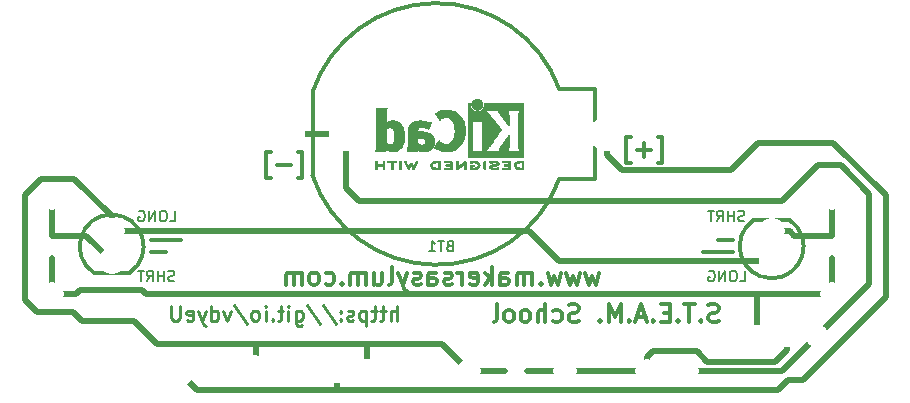
<source format=gbo>
G04 #@! TF.FileFunction,Legend,Bot*
%FSLAX46Y46*%
G04 Gerber Fmt 4.6, Leading zero omitted, Abs format (unit mm)*
G04 Created by KiCad (PCBNEW 4.0.7-e2-6376~58~ubuntu16.04.1) date Wed Oct 18 15:21:10 2017*
%MOMM*%
%LPD*%
G01*
G04 APERTURE LIST*
%ADD10C,0.101600*%
%ADD11C,0.508000*%
%ADD12C,0.300000*%
%ADD13C,0.254000*%
%ADD14C,0.304800*%
%ADD15C,0.010000*%
%ADD16C,0.152400*%
%ADD17C,2.000000*%
%ADD18C,3.400000*%
%ADD19C,2.686000*%
%ADD20C,1.800000*%
%ADD21C,1.920000*%
%ADD22R,2.127200X2.127200*%
%ADD23C,2.127200*%
%ADD24C,2.900000*%
%ADD25C,2.200000*%
G04 APERTURE END LIST*
D10*
D11*
X88265000Y-92075000D02*
X83820000Y-96520000D01*
X88265000Y-84455000D02*
X88265000Y-92075000D01*
X85852000Y-82042000D02*
X88265000Y-84455000D01*
X83947000Y-82042000D02*
X85852000Y-82042000D01*
X80899000Y-85090000D02*
X83947000Y-82042000D01*
X45085000Y-85090000D02*
X80899000Y-85090000D01*
X43942000Y-83947000D02*
X45085000Y-85090000D01*
X43942000Y-79375000D02*
X43942000Y-83947000D01*
X39116000Y-79375000D02*
X43942000Y-79375000D01*
X45720000Y-99441000D02*
X45720000Y-97155000D01*
X36322000Y-99441000D02*
X36322000Y-97155000D01*
X78740000Y-96520000D02*
X78740000Y-92964000D01*
X27051000Y-92964000D02*
X85090000Y-92964000D01*
X26670000Y-92583000D02*
X27051000Y-92964000D01*
X21463000Y-92583000D02*
X26670000Y-92583000D01*
X21082000Y-92964000D02*
X21463000Y-92583000D01*
X19050000Y-92964000D02*
X21082000Y-92964000D01*
X19050000Y-89916000D02*
X19050000Y-92964000D01*
X21971000Y-88011000D02*
X24130000Y-90170000D01*
X19050000Y-88011000D02*
X21971000Y-88011000D01*
X19050000Y-84836000D02*
X19050000Y-88011000D01*
X85090000Y-92964000D02*
X85090000Y-89916000D01*
X85090000Y-84836000D02*
X85090000Y-88011000D01*
X81915000Y-88011000D02*
X85090000Y-88011000D01*
X81534000Y-87630000D02*
X81915000Y-88011000D01*
X80010000Y-87630000D02*
X81534000Y-87630000D01*
X61976000Y-90170000D02*
X80010000Y-90170000D01*
X59436000Y-87630000D02*
X61976000Y-90170000D01*
X24130000Y-87630000D02*
X59436000Y-87630000D01*
X24130000Y-86360000D02*
X24130000Y-87630000D01*
X20955000Y-83185000D02*
X24130000Y-86360000D01*
X18161000Y-83185000D02*
X20955000Y-83185000D01*
X16764000Y-84582000D02*
X18161000Y-83185000D01*
X16764000Y-93472000D02*
X16764000Y-84582000D01*
X17780000Y-94488000D02*
X16764000Y-93472000D01*
X20828000Y-94488000D02*
X17780000Y-94488000D01*
X21590000Y-95250000D02*
X20828000Y-94488000D01*
X26035000Y-95250000D02*
X21590000Y-95250000D01*
X27940000Y-97155000D02*
X26035000Y-95250000D01*
X52070000Y-97155000D02*
X27940000Y-97155000D01*
X54356000Y-99441000D02*
X52070000Y-97155000D01*
X80899000Y-99441000D02*
X72771000Y-99441000D01*
X83820000Y-96520000D02*
X80899000Y-99441000D01*
X81280000Y-97663000D02*
X81280000Y-96520000D01*
X80264000Y-98679000D02*
X81280000Y-97663000D01*
X74549000Y-98679000D02*
X80264000Y-98679000D01*
X73660000Y-97790000D02*
X74549000Y-98679000D01*
X69977000Y-97790000D02*
X73660000Y-97790000D01*
X69469000Y-98298000D02*
X69977000Y-97790000D01*
X69469000Y-99441000D02*
X69469000Y-98298000D01*
X62611000Y-99441000D02*
X69342000Y-99441000D01*
X59309000Y-99441000D02*
X62484000Y-99441000D01*
X57404000Y-99441000D02*
X54356000Y-99441000D01*
X43180000Y-101092000D02*
X43180000Y-99441000D01*
X31369000Y-101092000D02*
X29718000Y-99441000D01*
X80518000Y-101092000D02*
X31369000Y-101092000D01*
X81407000Y-100203000D02*
X80518000Y-101092000D01*
X82677000Y-100203000D02*
X81407000Y-100203000D01*
X89662000Y-93218000D02*
X82677000Y-100203000D01*
X89662000Y-84582000D02*
X89662000Y-93218000D01*
X85217000Y-80137000D02*
X89662000Y-84582000D01*
X78867000Y-80137000D02*
X85217000Y-80137000D01*
X76581000Y-82423000D02*
X78867000Y-80137000D01*
X67310000Y-82423000D02*
X76581000Y-82423000D01*
X66040000Y-81153000D02*
X67310000Y-82423000D01*
X66040000Y-79375000D02*
X66040000Y-81153000D01*
D12*
X70357857Y-81823571D02*
X70715000Y-81823571D01*
X70715000Y-79680714D01*
X70357857Y-79680714D01*
X69786428Y-80752143D02*
X68643571Y-80752143D01*
X69215000Y-81323571D02*
X69215000Y-80180714D01*
X68072142Y-81823571D02*
X67714999Y-81823571D01*
X67714999Y-79680714D01*
X68072142Y-79680714D01*
X39877857Y-83093571D02*
X40235000Y-83093571D01*
X40235000Y-80950714D01*
X39877857Y-80950714D01*
X39306428Y-82022143D02*
X38163571Y-82022143D01*
X37592142Y-83093571D02*
X37234999Y-83093571D01*
X37234999Y-80950714D01*
X37592142Y-80950714D01*
D13*
X48290238Y-95189524D02*
X48290238Y-93919524D01*
X47745952Y-95189524D02*
X47745952Y-94524286D01*
X47806429Y-94403333D01*
X47927381Y-94342857D01*
X48108809Y-94342857D01*
X48229762Y-94403333D01*
X48290238Y-94463810D01*
X47322619Y-94342857D02*
X46838809Y-94342857D01*
X47141190Y-93919524D02*
X47141190Y-95008095D01*
X47080714Y-95129048D01*
X46959761Y-95189524D01*
X46838809Y-95189524D01*
X46596905Y-94342857D02*
X46113095Y-94342857D01*
X46415476Y-93919524D02*
X46415476Y-95008095D01*
X46355000Y-95129048D01*
X46234047Y-95189524D01*
X46113095Y-95189524D01*
X45689762Y-94342857D02*
X45689762Y-95612857D01*
X45689762Y-94403333D02*
X45568810Y-94342857D01*
X45326905Y-94342857D01*
X45205953Y-94403333D01*
X45145476Y-94463810D01*
X45085000Y-94584762D01*
X45085000Y-94947619D01*
X45145476Y-95068571D01*
X45205953Y-95129048D01*
X45326905Y-95189524D01*
X45568810Y-95189524D01*
X45689762Y-95129048D01*
X44601190Y-95129048D02*
X44480238Y-95189524D01*
X44238333Y-95189524D01*
X44117381Y-95129048D01*
X44056905Y-95008095D01*
X44056905Y-94947619D01*
X44117381Y-94826667D01*
X44238333Y-94766190D01*
X44419762Y-94766190D01*
X44540714Y-94705714D01*
X44601190Y-94584762D01*
X44601190Y-94524286D01*
X44540714Y-94403333D01*
X44419762Y-94342857D01*
X44238333Y-94342857D01*
X44117381Y-94403333D01*
X43512619Y-95068571D02*
X43452143Y-95129048D01*
X43512619Y-95189524D01*
X43573095Y-95129048D01*
X43512619Y-95068571D01*
X43512619Y-95189524D01*
X43512619Y-94403333D02*
X43452143Y-94463810D01*
X43512619Y-94524286D01*
X43573095Y-94463810D01*
X43512619Y-94403333D01*
X43512619Y-94524286D01*
X42000714Y-93859048D02*
X43089286Y-95491905D01*
X40670238Y-93859048D02*
X41758810Y-95491905D01*
X39702619Y-94342857D02*
X39702619Y-95370952D01*
X39763096Y-95491905D01*
X39823572Y-95552381D01*
X39944524Y-95612857D01*
X40125953Y-95612857D01*
X40246905Y-95552381D01*
X39702619Y-95129048D02*
X39823572Y-95189524D01*
X40065476Y-95189524D01*
X40186429Y-95129048D01*
X40246905Y-95068571D01*
X40307381Y-94947619D01*
X40307381Y-94584762D01*
X40246905Y-94463810D01*
X40186429Y-94403333D01*
X40065476Y-94342857D01*
X39823572Y-94342857D01*
X39702619Y-94403333D01*
X39097857Y-95189524D02*
X39097857Y-94342857D01*
X39097857Y-93919524D02*
X39158333Y-93980000D01*
X39097857Y-94040476D01*
X39037381Y-93980000D01*
X39097857Y-93919524D01*
X39097857Y-94040476D01*
X38674524Y-94342857D02*
X38190714Y-94342857D01*
X38493095Y-93919524D02*
X38493095Y-95008095D01*
X38432619Y-95129048D01*
X38311666Y-95189524D01*
X38190714Y-95189524D01*
X37767381Y-95068571D02*
X37706905Y-95129048D01*
X37767381Y-95189524D01*
X37827857Y-95129048D01*
X37767381Y-95068571D01*
X37767381Y-95189524D01*
X37162619Y-95189524D02*
X37162619Y-94342857D01*
X37162619Y-93919524D02*
X37223095Y-93980000D01*
X37162619Y-94040476D01*
X37102143Y-93980000D01*
X37162619Y-93919524D01*
X37162619Y-94040476D01*
X36376428Y-95189524D02*
X36497381Y-95129048D01*
X36557857Y-95068571D01*
X36618333Y-94947619D01*
X36618333Y-94584762D01*
X36557857Y-94463810D01*
X36497381Y-94403333D01*
X36376428Y-94342857D01*
X36195000Y-94342857D01*
X36074048Y-94403333D01*
X36013571Y-94463810D01*
X35953095Y-94584762D01*
X35953095Y-94947619D01*
X36013571Y-95068571D01*
X36074048Y-95129048D01*
X36195000Y-95189524D01*
X36376428Y-95189524D01*
X34501666Y-93859048D02*
X35590238Y-95491905D01*
X34199285Y-94342857D02*
X33896904Y-95189524D01*
X33594524Y-94342857D01*
X32566428Y-95189524D02*
X32566428Y-93919524D01*
X32566428Y-95129048D02*
X32687381Y-95189524D01*
X32929285Y-95189524D01*
X33050238Y-95129048D01*
X33110714Y-95068571D01*
X33171190Y-94947619D01*
X33171190Y-94584762D01*
X33110714Y-94463810D01*
X33050238Y-94403333D01*
X32929285Y-94342857D01*
X32687381Y-94342857D01*
X32566428Y-94403333D01*
X32082618Y-94342857D02*
X31780237Y-95189524D01*
X31477857Y-94342857D02*
X31780237Y-95189524D01*
X31901190Y-95491905D01*
X31961666Y-95552381D01*
X32082618Y-95612857D01*
X30510238Y-95129048D02*
X30631190Y-95189524D01*
X30873095Y-95189524D01*
X30994047Y-95129048D01*
X31054523Y-95008095D01*
X31054523Y-94524286D01*
X30994047Y-94403333D01*
X30873095Y-94342857D01*
X30631190Y-94342857D01*
X30510238Y-94403333D01*
X30449761Y-94524286D01*
X30449761Y-94645238D01*
X31054523Y-94766190D01*
X29905476Y-93919524D02*
X29905476Y-94947619D01*
X29845000Y-95068571D01*
X29784524Y-95129048D01*
X29663571Y-95189524D01*
X29421667Y-95189524D01*
X29300714Y-95129048D01*
X29240238Y-95068571D01*
X29179762Y-94947619D01*
X29179762Y-93919524D01*
D14*
X75510571Y-95231857D02*
X75292857Y-95304429D01*
X74930000Y-95304429D01*
X74784857Y-95231857D01*
X74712286Y-95159286D01*
X74639714Y-95014143D01*
X74639714Y-94869000D01*
X74712286Y-94723857D01*
X74784857Y-94651286D01*
X74930000Y-94578714D01*
X75220286Y-94506143D01*
X75365428Y-94433571D01*
X75438000Y-94361000D01*
X75510571Y-94215857D01*
X75510571Y-94070714D01*
X75438000Y-93925571D01*
X75365428Y-93853000D01*
X75220286Y-93780429D01*
X74857428Y-93780429D01*
X74639714Y-93853000D01*
X73986571Y-95159286D02*
X73913999Y-95231857D01*
X73986571Y-95304429D01*
X74059142Y-95231857D01*
X73986571Y-95159286D01*
X73986571Y-95304429D01*
X73478571Y-93780429D02*
X72607714Y-93780429D01*
X73043143Y-95304429D02*
X73043143Y-93780429D01*
X72099714Y-95159286D02*
X72027142Y-95231857D01*
X72099714Y-95304429D01*
X72172285Y-95231857D01*
X72099714Y-95159286D01*
X72099714Y-95304429D01*
X71374000Y-94506143D02*
X70866000Y-94506143D01*
X70648286Y-95304429D02*
X71374000Y-95304429D01*
X71374000Y-93780429D01*
X70648286Y-93780429D01*
X69995143Y-95159286D02*
X69922571Y-95231857D01*
X69995143Y-95304429D01*
X70067714Y-95231857D01*
X69995143Y-95159286D01*
X69995143Y-95304429D01*
X69342000Y-94869000D02*
X68616286Y-94869000D01*
X69487143Y-95304429D02*
X68979143Y-93780429D01*
X68471143Y-95304429D01*
X67963143Y-95159286D02*
X67890571Y-95231857D01*
X67963143Y-95304429D01*
X68035714Y-95231857D01*
X67963143Y-95159286D01*
X67963143Y-95304429D01*
X67237429Y-95304429D02*
X67237429Y-93780429D01*
X66729429Y-94869000D01*
X66221429Y-93780429D01*
X66221429Y-95304429D01*
X65495715Y-95159286D02*
X65423143Y-95231857D01*
X65495715Y-95304429D01*
X65568286Y-95231857D01*
X65495715Y-95159286D01*
X65495715Y-95304429D01*
X63681429Y-95231857D02*
X63463715Y-95304429D01*
X63100858Y-95304429D01*
X62955715Y-95231857D01*
X62883144Y-95159286D01*
X62810572Y-95014143D01*
X62810572Y-94869000D01*
X62883144Y-94723857D01*
X62955715Y-94651286D01*
X63100858Y-94578714D01*
X63391144Y-94506143D01*
X63536286Y-94433571D01*
X63608858Y-94361000D01*
X63681429Y-94215857D01*
X63681429Y-94070714D01*
X63608858Y-93925571D01*
X63536286Y-93853000D01*
X63391144Y-93780429D01*
X63028286Y-93780429D01*
X62810572Y-93853000D01*
X61504286Y-95231857D02*
X61649429Y-95304429D01*
X61939715Y-95304429D01*
X62084857Y-95231857D01*
X62157429Y-95159286D01*
X62230000Y-95014143D01*
X62230000Y-94578714D01*
X62157429Y-94433571D01*
X62084857Y-94361000D01*
X61939715Y-94288429D01*
X61649429Y-94288429D01*
X61504286Y-94361000D01*
X60851143Y-95304429D02*
X60851143Y-93780429D01*
X60198000Y-95304429D02*
X60198000Y-94506143D01*
X60270571Y-94361000D01*
X60415714Y-94288429D01*
X60633429Y-94288429D01*
X60778571Y-94361000D01*
X60851143Y-94433571D01*
X59254572Y-95304429D02*
X59399714Y-95231857D01*
X59472286Y-95159286D01*
X59544857Y-95014143D01*
X59544857Y-94578714D01*
X59472286Y-94433571D01*
X59399714Y-94361000D01*
X59254572Y-94288429D01*
X59036857Y-94288429D01*
X58891714Y-94361000D01*
X58819143Y-94433571D01*
X58746572Y-94578714D01*
X58746572Y-95014143D01*
X58819143Y-95159286D01*
X58891714Y-95231857D01*
X59036857Y-95304429D01*
X59254572Y-95304429D01*
X57875715Y-95304429D02*
X58020857Y-95231857D01*
X58093429Y-95159286D01*
X58166000Y-95014143D01*
X58166000Y-94578714D01*
X58093429Y-94433571D01*
X58020857Y-94361000D01*
X57875715Y-94288429D01*
X57658000Y-94288429D01*
X57512857Y-94361000D01*
X57440286Y-94433571D01*
X57367715Y-94578714D01*
X57367715Y-95014143D01*
X57440286Y-95159286D01*
X57512857Y-95231857D01*
X57658000Y-95304429D01*
X57875715Y-95304429D01*
X56496858Y-95304429D02*
X56642000Y-95231857D01*
X56714572Y-95086714D01*
X56714572Y-93780429D01*
X65386856Y-91113429D02*
X65096570Y-92129429D01*
X64806284Y-91403714D01*
X64515999Y-92129429D01*
X64225713Y-91113429D01*
X63790285Y-91113429D02*
X63499999Y-92129429D01*
X63209713Y-91403714D01*
X62919428Y-92129429D01*
X62629142Y-91113429D01*
X62193714Y-91113429D02*
X61903428Y-92129429D01*
X61613142Y-91403714D01*
X61322857Y-92129429D01*
X61032571Y-91113429D01*
X60452000Y-91984286D02*
X60379428Y-92056857D01*
X60452000Y-92129429D01*
X60524571Y-92056857D01*
X60452000Y-91984286D01*
X60452000Y-92129429D01*
X59726286Y-92129429D02*
X59726286Y-91113429D01*
X59726286Y-91258571D02*
X59653714Y-91186000D01*
X59508572Y-91113429D01*
X59290857Y-91113429D01*
X59145714Y-91186000D01*
X59073143Y-91331143D01*
X59073143Y-92129429D01*
X59073143Y-91331143D02*
X59000572Y-91186000D01*
X58855429Y-91113429D01*
X58637714Y-91113429D01*
X58492572Y-91186000D01*
X58420000Y-91331143D01*
X58420000Y-92129429D01*
X57041143Y-92129429D02*
X57041143Y-91331143D01*
X57113714Y-91186000D01*
X57258857Y-91113429D01*
X57549143Y-91113429D01*
X57694286Y-91186000D01*
X57041143Y-92056857D02*
X57186286Y-92129429D01*
X57549143Y-92129429D01*
X57694286Y-92056857D01*
X57766857Y-91911714D01*
X57766857Y-91766571D01*
X57694286Y-91621429D01*
X57549143Y-91548857D01*
X57186286Y-91548857D01*
X57041143Y-91476286D01*
X56315429Y-92129429D02*
X56315429Y-90605429D01*
X56170286Y-91548857D02*
X55734857Y-92129429D01*
X55734857Y-91113429D02*
X56315429Y-91694000D01*
X54501143Y-92056857D02*
X54646286Y-92129429D01*
X54936572Y-92129429D01*
X55081715Y-92056857D01*
X55154286Y-91911714D01*
X55154286Y-91331143D01*
X55081715Y-91186000D01*
X54936572Y-91113429D01*
X54646286Y-91113429D01*
X54501143Y-91186000D01*
X54428572Y-91331143D01*
X54428572Y-91476286D01*
X55154286Y-91621429D01*
X53775429Y-92129429D02*
X53775429Y-91113429D01*
X53775429Y-91403714D02*
X53702857Y-91258571D01*
X53630286Y-91186000D01*
X53485143Y-91113429D01*
X53340000Y-91113429D01*
X52904571Y-92056857D02*
X52759428Y-92129429D01*
X52469143Y-92129429D01*
X52324000Y-92056857D01*
X52251428Y-91911714D01*
X52251428Y-91839143D01*
X52324000Y-91694000D01*
X52469143Y-91621429D01*
X52686857Y-91621429D01*
X52832000Y-91548857D01*
X52904571Y-91403714D01*
X52904571Y-91331143D01*
X52832000Y-91186000D01*
X52686857Y-91113429D01*
X52469143Y-91113429D01*
X52324000Y-91186000D01*
X50945143Y-92129429D02*
X50945143Y-91331143D01*
X51017714Y-91186000D01*
X51162857Y-91113429D01*
X51453143Y-91113429D01*
X51598286Y-91186000D01*
X50945143Y-92056857D02*
X51090286Y-92129429D01*
X51453143Y-92129429D01*
X51598286Y-92056857D01*
X51670857Y-91911714D01*
X51670857Y-91766571D01*
X51598286Y-91621429D01*
X51453143Y-91548857D01*
X51090286Y-91548857D01*
X50945143Y-91476286D01*
X50292000Y-92056857D02*
X50146857Y-92129429D01*
X49856572Y-92129429D01*
X49711429Y-92056857D01*
X49638857Y-91911714D01*
X49638857Y-91839143D01*
X49711429Y-91694000D01*
X49856572Y-91621429D01*
X50074286Y-91621429D01*
X50219429Y-91548857D01*
X50292000Y-91403714D01*
X50292000Y-91331143D01*
X50219429Y-91186000D01*
X50074286Y-91113429D01*
X49856572Y-91113429D01*
X49711429Y-91186000D01*
X49130858Y-91113429D02*
X48768001Y-92129429D01*
X48405143Y-91113429D02*
X48768001Y-92129429D01*
X48913143Y-92492286D01*
X48985715Y-92564857D01*
X49130858Y-92637429D01*
X47606858Y-92129429D02*
X47752000Y-92056857D01*
X47824572Y-91911714D01*
X47824572Y-90605429D01*
X46373143Y-91113429D02*
X46373143Y-92129429D01*
X47026286Y-91113429D02*
X47026286Y-91911714D01*
X46953714Y-92056857D01*
X46808572Y-92129429D01*
X46590857Y-92129429D01*
X46445714Y-92056857D01*
X46373143Y-91984286D01*
X45647429Y-92129429D02*
X45647429Y-91113429D01*
X45647429Y-91258571D02*
X45574857Y-91186000D01*
X45429715Y-91113429D01*
X45212000Y-91113429D01*
X45066857Y-91186000D01*
X44994286Y-91331143D01*
X44994286Y-92129429D01*
X44994286Y-91331143D02*
X44921715Y-91186000D01*
X44776572Y-91113429D01*
X44558857Y-91113429D01*
X44413715Y-91186000D01*
X44341143Y-91331143D01*
X44341143Y-92129429D01*
X43615429Y-91984286D02*
X43542857Y-92056857D01*
X43615429Y-92129429D01*
X43688000Y-92056857D01*
X43615429Y-91984286D01*
X43615429Y-92129429D01*
X42236572Y-92056857D02*
X42381715Y-92129429D01*
X42672001Y-92129429D01*
X42817143Y-92056857D01*
X42889715Y-91984286D01*
X42962286Y-91839143D01*
X42962286Y-91403714D01*
X42889715Y-91258571D01*
X42817143Y-91186000D01*
X42672001Y-91113429D01*
X42381715Y-91113429D01*
X42236572Y-91186000D01*
X41365715Y-92129429D02*
X41510857Y-92056857D01*
X41583429Y-91984286D01*
X41656000Y-91839143D01*
X41656000Y-91403714D01*
X41583429Y-91258571D01*
X41510857Y-91186000D01*
X41365715Y-91113429D01*
X41148000Y-91113429D01*
X41002857Y-91186000D01*
X40930286Y-91258571D01*
X40857715Y-91403714D01*
X40857715Y-91839143D01*
X40930286Y-91984286D01*
X41002857Y-92056857D01*
X41148000Y-92129429D01*
X41365715Y-92129429D01*
X40204572Y-92129429D02*
X40204572Y-91113429D01*
X40204572Y-91258571D02*
X40132000Y-91186000D01*
X39986858Y-91113429D01*
X39769143Y-91113429D01*
X39624000Y-91186000D01*
X39551429Y-91331143D01*
X39551429Y-92129429D01*
X39551429Y-91331143D02*
X39478858Y-91186000D01*
X39333715Y-91113429D01*
X39116000Y-91113429D01*
X38970858Y-91186000D01*
X38898286Y-91331143D01*
X38898286Y-92129429D01*
D15*
G36*
X58826371Y-81644066D02*
X58786889Y-81644467D01*
X58671200Y-81647259D01*
X58574311Y-81655550D01*
X58492919Y-81670232D01*
X58423723Y-81692193D01*
X58363420Y-81722322D01*
X58308708Y-81761510D01*
X58289167Y-81778532D01*
X58256750Y-81818363D01*
X58227520Y-81872413D01*
X58204991Y-81932323D01*
X58192679Y-81989739D01*
X58191400Y-82010956D01*
X58199417Y-82069769D01*
X58220899Y-82134013D01*
X58251999Y-82194821D01*
X58288866Y-82243330D01*
X58294854Y-82249182D01*
X58345579Y-82290321D01*
X58401125Y-82322435D01*
X58464696Y-82346365D01*
X58539494Y-82362953D01*
X58628722Y-82373041D01*
X58735582Y-82377469D01*
X58784528Y-82377845D01*
X58846762Y-82377545D01*
X58890528Y-82376292D01*
X58919931Y-82373554D01*
X58939079Y-82368801D01*
X58952077Y-82361501D01*
X58959045Y-82355267D01*
X58965626Y-82347694D01*
X58970788Y-82337924D01*
X58974703Y-82323340D01*
X58977543Y-82301326D01*
X58979480Y-82269264D01*
X58980684Y-82224536D01*
X58981328Y-82164526D01*
X58981583Y-82086617D01*
X58981622Y-82010956D01*
X58981870Y-81910041D01*
X58981817Y-81829427D01*
X58980857Y-81790822D01*
X58834867Y-81790822D01*
X58834867Y-82231089D01*
X58741734Y-82231004D01*
X58685693Y-82229396D01*
X58626999Y-82225256D01*
X58578028Y-82219464D01*
X58576538Y-82219226D01*
X58497392Y-82200090D01*
X58436002Y-82170287D01*
X58389305Y-82127878D01*
X58359635Y-82081961D01*
X58341353Y-82031026D01*
X58342771Y-81983200D01*
X58363988Y-81931933D01*
X58405489Y-81878899D01*
X58462998Y-81839600D01*
X58537750Y-81813331D01*
X58587708Y-81804035D01*
X58644416Y-81797507D01*
X58704519Y-81792782D01*
X58755639Y-81790817D01*
X58758667Y-81790808D01*
X58834867Y-81790822D01*
X58980857Y-81790822D01*
X58980260Y-81766851D01*
X58975998Y-81720055D01*
X58967830Y-81686778D01*
X58954556Y-81664759D01*
X58934974Y-81651739D01*
X58907883Y-81645457D01*
X58872082Y-81643653D01*
X58826371Y-81644066D01*
X58826371Y-81644066D01*
G37*
X58826371Y-81644066D02*
X58786889Y-81644467D01*
X58671200Y-81647259D01*
X58574311Y-81655550D01*
X58492919Y-81670232D01*
X58423723Y-81692193D01*
X58363420Y-81722322D01*
X58308708Y-81761510D01*
X58289167Y-81778532D01*
X58256750Y-81818363D01*
X58227520Y-81872413D01*
X58204991Y-81932323D01*
X58192679Y-81989739D01*
X58191400Y-82010956D01*
X58199417Y-82069769D01*
X58220899Y-82134013D01*
X58251999Y-82194821D01*
X58288866Y-82243330D01*
X58294854Y-82249182D01*
X58345579Y-82290321D01*
X58401125Y-82322435D01*
X58464696Y-82346365D01*
X58539494Y-82362953D01*
X58628722Y-82373041D01*
X58735582Y-82377469D01*
X58784528Y-82377845D01*
X58846762Y-82377545D01*
X58890528Y-82376292D01*
X58919931Y-82373554D01*
X58939079Y-82368801D01*
X58952077Y-82361501D01*
X58959045Y-82355267D01*
X58965626Y-82347694D01*
X58970788Y-82337924D01*
X58974703Y-82323340D01*
X58977543Y-82301326D01*
X58979480Y-82269264D01*
X58980684Y-82224536D01*
X58981328Y-82164526D01*
X58981583Y-82086617D01*
X58981622Y-82010956D01*
X58981870Y-81910041D01*
X58981817Y-81829427D01*
X58980857Y-81790822D01*
X58834867Y-81790822D01*
X58834867Y-82231089D01*
X58741734Y-82231004D01*
X58685693Y-82229396D01*
X58626999Y-82225256D01*
X58578028Y-82219464D01*
X58576538Y-82219226D01*
X58497392Y-82200090D01*
X58436002Y-82170287D01*
X58389305Y-82127878D01*
X58359635Y-82081961D01*
X58341353Y-82031026D01*
X58342771Y-81983200D01*
X58363988Y-81931933D01*
X58405489Y-81878899D01*
X58462998Y-81839600D01*
X58537750Y-81813331D01*
X58587708Y-81804035D01*
X58644416Y-81797507D01*
X58704519Y-81792782D01*
X58755639Y-81790817D01*
X58758667Y-81790808D01*
X58834867Y-81790822D01*
X58980857Y-81790822D01*
X58980260Y-81766851D01*
X58975998Y-81720055D01*
X58967830Y-81686778D01*
X58954556Y-81664759D01*
X58934974Y-81651739D01*
X58907883Y-81645457D01*
X58872082Y-81643653D01*
X58826371Y-81644066D01*
G36*
X57417794Y-81644146D02*
X57348386Y-81644518D01*
X57295997Y-81645385D01*
X57257847Y-81646946D01*
X57231159Y-81649403D01*
X57213153Y-81652957D01*
X57201049Y-81657810D01*
X57192069Y-81664161D01*
X57188818Y-81667084D01*
X57169043Y-81698142D01*
X57165482Y-81733828D01*
X57178491Y-81765510D01*
X57184506Y-81771913D01*
X57194235Y-81778121D01*
X57209901Y-81782910D01*
X57234408Y-81786514D01*
X57270661Y-81789164D01*
X57321565Y-81791095D01*
X57390026Y-81792539D01*
X57452617Y-81793418D01*
X57700334Y-81796467D01*
X57703719Y-81861378D01*
X57707105Y-81926289D01*
X57538958Y-81926289D01*
X57465959Y-81926919D01*
X57412517Y-81929553D01*
X57375628Y-81935309D01*
X57352288Y-81945304D01*
X57339494Y-81960656D01*
X57334242Y-81982482D01*
X57333445Y-82002738D01*
X57335923Y-82027592D01*
X57345277Y-82045906D01*
X57364383Y-82058637D01*
X57396118Y-82066741D01*
X57443359Y-82071176D01*
X57508983Y-82072899D01*
X57544801Y-82073045D01*
X57705978Y-82073045D01*
X57705978Y-82231089D01*
X57457622Y-82231089D01*
X57376213Y-82231202D01*
X57314342Y-82231712D01*
X57268968Y-82232870D01*
X57237054Y-82234930D01*
X57215559Y-82238146D01*
X57201443Y-82242772D01*
X57191668Y-82249059D01*
X57186689Y-82253667D01*
X57169610Y-82280560D01*
X57164111Y-82304467D01*
X57171963Y-82333667D01*
X57186689Y-82355267D01*
X57194546Y-82362066D01*
X57204688Y-82367346D01*
X57219844Y-82371298D01*
X57242741Y-82374113D01*
X57276109Y-82375982D01*
X57322675Y-82377098D01*
X57385167Y-82377651D01*
X57466314Y-82377833D01*
X57508422Y-82377845D01*
X57598598Y-82377765D01*
X57668924Y-82377398D01*
X57722129Y-82376552D01*
X57760940Y-82375036D01*
X57788087Y-82372659D01*
X57806298Y-82369229D01*
X57818300Y-82364554D01*
X57826822Y-82358444D01*
X57830156Y-82355267D01*
X57836755Y-82347670D01*
X57841927Y-82337870D01*
X57845846Y-82323239D01*
X57848684Y-82301152D01*
X57850615Y-82268982D01*
X57851812Y-82224103D01*
X57852448Y-82163889D01*
X57852697Y-82085713D01*
X57852734Y-82012923D01*
X57852700Y-81919707D01*
X57852465Y-81846431D01*
X57851830Y-81790458D01*
X57850594Y-81749151D01*
X57848556Y-81719872D01*
X57845517Y-81699984D01*
X57841277Y-81686850D01*
X57835635Y-81677832D01*
X57828391Y-81670293D01*
X57826606Y-81668612D01*
X57817945Y-81661172D01*
X57807882Y-81655409D01*
X57793625Y-81651112D01*
X57772383Y-81648064D01*
X57741364Y-81646051D01*
X57697777Y-81644860D01*
X57638831Y-81644275D01*
X57561734Y-81644083D01*
X57507001Y-81644067D01*
X57417794Y-81644146D01*
X57417794Y-81644146D01*
G37*
X57417794Y-81644146D02*
X57348386Y-81644518D01*
X57295997Y-81645385D01*
X57257847Y-81646946D01*
X57231159Y-81649403D01*
X57213153Y-81652957D01*
X57201049Y-81657810D01*
X57192069Y-81664161D01*
X57188818Y-81667084D01*
X57169043Y-81698142D01*
X57165482Y-81733828D01*
X57178491Y-81765510D01*
X57184506Y-81771913D01*
X57194235Y-81778121D01*
X57209901Y-81782910D01*
X57234408Y-81786514D01*
X57270661Y-81789164D01*
X57321565Y-81791095D01*
X57390026Y-81792539D01*
X57452617Y-81793418D01*
X57700334Y-81796467D01*
X57703719Y-81861378D01*
X57707105Y-81926289D01*
X57538958Y-81926289D01*
X57465959Y-81926919D01*
X57412517Y-81929553D01*
X57375628Y-81935309D01*
X57352288Y-81945304D01*
X57339494Y-81960656D01*
X57334242Y-81982482D01*
X57333445Y-82002738D01*
X57335923Y-82027592D01*
X57345277Y-82045906D01*
X57364383Y-82058637D01*
X57396118Y-82066741D01*
X57443359Y-82071176D01*
X57508983Y-82072899D01*
X57544801Y-82073045D01*
X57705978Y-82073045D01*
X57705978Y-82231089D01*
X57457622Y-82231089D01*
X57376213Y-82231202D01*
X57314342Y-82231712D01*
X57268968Y-82232870D01*
X57237054Y-82234930D01*
X57215559Y-82238146D01*
X57201443Y-82242772D01*
X57191668Y-82249059D01*
X57186689Y-82253667D01*
X57169610Y-82280560D01*
X57164111Y-82304467D01*
X57171963Y-82333667D01*
X57186689Y-82355267D01*
X57194546Y-82362066D01*
X57204688Y-82367346D01*
X57219844Y-82371298D01*
X57242741Y-82374113D01*
X57276109Y-82375982D01*
X57322675Y-82377098D01*
X57385167Y-82377651D01*
X57466314Y-82377833D01*
X57508422Y-82377845D01*
X57598598Y-82377765D01*
X57668924Y-82377398D01*
X57722129Y-82376552D01*
X57760940Y-82375036D01*
X57788087Y-82372659D01*
X57806298Y-82369229D01*
X57818300Y-82364554D01*
X57826822Y-82358444D01*
X57830156Y-82355267D01*
X57836755Y-82347670D01*
X57841927Y-82337870D01*
X57845846Y-82323239D01*
X57848684Y-82301152D01*
X57850615Y-82268982D01*
X57851812Y-82224103D01*
X57852448Y-82163889D01*
X57852697Y-82085713D01*
X57852734Y-82012923D01*
X57852700Y-81919707D01*
X57852465Y-81846431D01*
X57851830Y-81790458D01*
X57850594Y-81749151D01*
X57848556Y-81719872D01*
X57845517Y-81699984D01*
X57841277Y-81686850D01*
X57835635Y-81677832D01*
X57828391Y-81670293D01*
X57826606Y-81668612D01*
X57817945Y-81661172D01*
X57807882Y-81655409D01*
X57793625Y-81651112D01*
X57772383Y-81648064D01*
X57741364Y-81646051D01*
X57697777Y-81644860D01*
X57638831Y-81644275D01*
X57561734Y-81644083D01*
X57507001Y-81644067D01*
X57417794Y-81644146D01*
G36*
X56396703Y-81645351D02*
X56321888Y-81650581D01*
X56252306Y-81658750D01*
X56192002Y-81669550D01*
X56145020Y-81682673D01*
X56115406Y-81697813D01*
X56110860Y-81702269D01*
X56095054Y-81736850D01*
X56099847Y-81772351D01*
X56124364Y-81802725D01*
X56125534Y-81803596D01*
X56139954Y-81812954D01*
X56155008Y-81817876D01*
X56176005Y-81818473D01*
X56208257Y-81814861D01*
X56257073Y-81807154D01*
X56261000Y-81806505D01*
X56333739Y-81797569D01*
X56412217Y-81793161D01*
X56490927Y-81793119D01*
X56564361Y-81797279D01*
X56627011Y-81805479D01*
X56673370Y-81817557D01*
X56676416Y-81818771D01*
X56710048Y-81837615D01*
X56721864Y-81856685D01*
X56712614Y-81875439D01*
X56683047Y-81893337D01*
X56633911Y-81909837D01*
X56565957Y-81924396D01*
X56520645Y-81931406D01*
X56426456Y-81944889D01*
X56351544Y-81957214D01*
X56292717Y-81969449D01*
X56246785Y-81982661D01*
X56210555Y-81997917D01*
X56180838Y-82016285D01*
X56154442Y-82038831D01*
X56133230Y-82060971D01*
X56108065Y-82091819D01*
X56095681Y-82118345D01*
X56091808Y-82151026D01*
X56091667Y-82162995D01*
X56094576Y-82202712D01*
X56106202Y-82232259D01*
X56126323Y-82258486D01*
X56167216Y-82298576D01*
X56212817Y-82329149D01*
X56266513Y-82351203D01*
X56331692Y-82365735D01*
X56411744Y-82373741D01*
X56510057Y-82376218D01*
X56526289Y-82376177D01*
X56591849Y-82374818D01*
X56656866Y-82371730D01*
X56714252Y-82367356D01*
X56756922Y-82362140D01*
X56760372Y-82361541D01*
X56802796Y-82351491D01*
X56838780Y-82338796D01*
X56859150Y-82327190D01*
X56878107Y-82296572D01*
X56879427Y-82260918D01*
X56863085Y-82229144D01*
X56859429Y-82225551D01*
X56844315Y-82214876D01*
X56825415Y-82210276D01*
X56796162Y-82211059D01*
X56760651Y-82215127D01*
X56720970Y-82218762D01*
X56665345Y-82221828D01*
X56600406Y-82224053D01*
X56532785Y-82225164D01*
X56515000Y-82225237D01*
X56447128Y-82224964D01*
X56397454Y-82223646D01*
X56361610Y-82220827D01*
X56335224Y-82216050D01*
X56313926Y-82208857D01*
X56301126Y-82202867D01*
X56273000Y-82186233D01*
X56255068Y-82171168D01*
X56252447Y-82166897D01*
X56257976Y-82149263D01*
X56284260Y-82132192D01*
X56329478Y-82116458D01*
X56391808Y-82102838D01*
X56410171Y-82099804D01*
X56506090Y-82084738D01*
X56582641Y-82072146D01*
X56642780Y-82061111D01*
X56689460Y-82050720D01*
X56725637Y-82040056D01*
X56754265Y-82028205D01*
X56778298Y-82014251D01*
X56800692Y-81997281D01*
X56824402Y-81976378D01*
X56832380Y-81969049D01*
X56860353Y-81941699D01*
X56875160Y-81920029D01*
X56880952Y-81895232D01*
X56881889Y-81863983D01*
X56871575Y-81802705D01*
X56840752Y-81750640D01*
X56789595Y-81707958D01*
X56718283Y-81674825D01*
X56667400Y-81659964D01*
X56612100Y-81650366D01*
X56545853Y-81644936D01*
X56472706Y-81643367D01*
X56396703Y-81645351D01*
X56396703Y-81645351D01*
G37*
X56396703Y-81645351D02*
X56321888Y-81650581D01*
X56252306Y-81658750D01*
X56192002Y-81669550D01*
X56145020Y-81682673D01*
X56115406Y-81697813D01*
X56110860Y-81702269D01*
X56095054Y-81736850D01*
X56099847Y-81772351D01*
X56124364Y-81802725D01*
X56125534Y-81803596D01*
X56139954Y-81812954D01*
X56155008Y-81817876D01*
X56176005Y-81818473D01*
X56208257Y-81814861D01*
X56257073Y-81807154D01*
X56261000Y-81806505D01*
X56333739Y-81797569D01*
X56412217Y-81793161D01*
X56490927Y-81793119D01*
X56564361Y-81797279D01*
X56627011Y-81805479D01*
X56673370Y-81817557D01*
X56676416Y-81818771D01*
X56710048Y-81837615D01*
X56721864Y-81856685D01*
X56712614Y-81875439D01*
X56683047Y-81893337D01*
X56633911Y-81909837D01*
X56565957Y-81924396D01*
X56520645Y-81931406D01*
X56426456Y-81944889D01*
X56351544Y-81957214D01*
X56292717Y-81969449D01*
X56246785Y-81982661D01*
X56210555Y-81997917D01*
X56180838Y-82016285D01*
X56154442Y-82038831D01*
X56133230Y-82060971D01*
X56108065Y-82091819D01*
X56095681Y-82118345D01*
X56091808Y-82151026D01*
X56091667Y-82162995D01*
X56094576Y-82202712D01*
X56106202Y-82232259D01*
X56126323Y-82258486D01*
X56167216Y-82298576D01*
X56212817Y-82329149D01*
X56266513Y-82351203D01*
X56331692Y-82365735D01*
X56411744Y-82373741D01*
X56510057Y-82376218D01*
X56526289Y-82376177D01*
X56591849Y-82374818D01*
X56656866Y-82371730D01*
X56714252Y-82367356D01*
X56756922Y-82362140D01*
X56760372Y-82361541D01*
X56802796Y-82351491D01*
X56838780Y-82338796D01*
X56859150Y-82327190D01*
X56878107Y-82296572D01*
X56879427Y-82260918D01*
X56863085Y-82229144D01*
X56859429Y-82225551D01*
X56844315Y-82214876D01*
X56825415Y-82210276D01*
X56796162Y-82211059D01*
X56760651Y-82215127D01*
X56720970Y-82218762D01*
X56665345Y-82221828D01*
X56600406Y-82224053D01*
X56532785Y-82225164D01*
X56515000Y-82225237D01*
X56447128Y-82224964D01*
X56397454Y-82223646D01*
X56361610Y-82220827D01*
X56335224Y-82216050D01*
X56313926Y-82208857D01*
X56301126Y-82202867D01*
X56273000Y-82186233D01*
X56255068Y-82171168D01*
X56252447Y-82166897D01*
X56257976Y-82149263D01*
X56284260Y-82132192D01*
X56329478Y-82116458D01*
X56391808Y-82102838D01*
X56410171Y-82099804D01*
X56506090Y-82084738D01*
X56582641Y-82072146D01*
X56642780Y-82061111D01*
X56689460Y-82050720D01*
X56725637Y-82040056D01*
X56754265Y-82028205D01*
X56778298Y-82014251D01*
X56800692Y-81997281D01*
X56824402Y-81976378D01*
X56832380Y-81969049D01*
X56860353Y-81941699D01*
X56875160Y-81920029D01*
X56880952Y-81895232D01*
X56881889Y-81863983D01*
X56871575Y-81802705D01*
X56840752Y-81750640D01*
X56789595Y-81707958D01*
X56718283Y-81674825D01*
X56667400Y-81659964D01*
X56612100Y-81650366D01*
X56545853Y-81644936D01*
X56472706Y-81643367D01*
X56396703Y-81645351D01*
G36*
X55628822Y-81666645D02*
X55622242Y-81674218D01*
X55617079Y-81683987D01*
X55613164Y-81698571D01*
X55610324Y-81720585D01*
X55608387Y-81752648D01*
X55607183Y-81797375D01*
X55606539Y-81857385D01*
X55606284Y-81935294D01*
X55606245Y-82010956D01*
X55606314Y-82104802D01*
X55606638Y-82178689D01*
X55607386Y-82235232D01*
X55608732Y-82277049D01*
X55610846Y-82306757D01*
X55613900Y-82326973D01*
X55618066Y-82340314D01*
X55623516Y-82349398D01*
X55628822Y-82355267D01*
X55661826Y-82374947D01*
X55696991Y-82373181D01*
X55728455Y-82351717D01*
X55735684Y-82343337D01*
X55741334Y-82333614D01*
X55745599Y-82319861D01*
X55748673Y-82299389D01*
X55750752Y-82269512D01*
X55752030Y-82227541D01*
X55752701Y-82170789D01*
X55752959Y-82096567D01*
X55753000Y-82012537D01*
X55753000Y-81699485D01*
X55725291Y-81671776D01*
X55691137Y-81648463D01*
X55658006Y-81647623D01*
X55628822Y-81666645D01*
X55628822Y-81666645D01*
G37*
X55628822Y-81666645D02*
X55622242Y-81674218D01*
X55617079Y-81683987D01*
X55613164Y-81698571D01*
X55610324Y-81720585D01*
X55608387Y-81752648D01*
X55607183Y-81797375D01*
X55606539Y-81857385D01*
X55606284Y-81935294D01*
X55606245Y-82010956D01*
X55606314Y-82104802D01*
X55606638Y-82178689D01*
X55607386Y-82235232D01*
X55608732Y-82277049D01*
X55610846Y-82306757D01*
X55613900Y-82326973D01*
X55618066Y-82340314D01*
X55623516Y-82349398D01*
X55628822Y-82355267D01*
X55661826Y-82374947D01*
X55696991Y-82373181D01*
X55728455Y-82351717D01*
X55735684Y-82343337D01*
X55741334Y-82333614D01*
X55745599Y-82319861D01*
X55748673Y-82299389D01*
X55750752Y-82269512D01*
X55752030Y-82227541D01*
X55752701Y-82170789D01*
X55752959Y-82096567D01*
X55753000Y-82012537D01*
X55753000Y-81699485D01*
X55725291Y-81671776D01*
X55691137Y-81648463D01*
X55658006Y-81647623D01*
X55628822Y-81666645D01*
G36*
X54655081Y-81649599D02*
X54586565Y-81661095D01*
X54533943Y-81678967D01*
X54499708Y-81702499D01*
X54490379Y-81715924D01*
X54480893Y-81747148D01*
X54487277Y-81775395D01*
X54507430Y-81802182D01*
X54538745Y-81814713D01*
X54584183Y-81813696D01*
X54619326Y-81806906D01*
X54697419Y-81793971D01*
X54777226Y-81792742D01*
X54866555Y-81803241D01*
X54891229Y-81807690D01*
X54974291Y-81831108D01*
X55039273Y-81865945D01*
X55085461Y-81911604D01*
X55112145Y-81967494D01*
X55117663Y-81996388D01*
X55114051Y-82055012D01*
X55090729Y-82106879D01*
X55049824Y-82150978D01*
X54993459Y-82186299D01*
X54923760Y-82211829D01*
X54842852Y-82226559D01*
X54752860Y-82229478D01*
X54655910Y-82219575D01*
X54650436Y-82218641D01*
X54611875Y-82211459D01*
X54590494Y-82204521D01*
X54581227Y-82194227D01*
X54579006Y-82176976D01*
X54578956Y-82167841D01*
X54578956Y-82129489D01*
X54647431Y-82129489D01*
X54707900Y-82125347D01*
X54749165Y-82112147D01*
X54773175Y-82088730D01*
X54781877Y-82053936D01*
X54781983Y-82049394D01*
X54776892Y-82019654D01*
X54759433Y-81998419D01*
X54726939Y-81984366D01*
X54676743Y-81976173D01*
X54628123Y-81973161D01*
X54557456Y-81971433D01*
X54506198Y-81974070D01*
X54471239Y-81983800D01*
X54449470Y-82003353D01*
X54437780Y-82035456D01*
X54433060Y-82082838D01*
X54432200Y-82145071D01*
X54433609Y-82214535D01*
X54437848Y-82261786D01*
X54444936Y-82287012D01*
X54446311Y-82288988D01*
X54485228Y-82320508D01*
X54542286Y-82345470D01*
X54613869Y-82363340D01*
X54696358Y-82373586D01*
X54786139Y-82375673D01*
X54879592Y-82369068D01*
X54934556Y-82360956D01*
X55020766Y-82336554D01*
X55100892Y-82296662D01*
X55167977Y-82244887D01*
X55178173Y-82234539D01*
X55211302Y-82191035D01*
X55241194Y-82137118D01*
X55264357Y-82080592D01*
X55277298Y-82029259D01*
X55278858Y-82009544D01*
X55272218Y-81968419D01*
X55254568Y-81917252D01*
X55229297Y-81863394D01*
X55199789Y-81814195D01*
X55173719Y-81781334D01*
X55112765Y-81732452D01*
X55033969Y-81693545D01*
X54940157Y-81665494D01*
X54834150Y-81649179D01*
X54737000Y-81645192D01*
X54655081Y-81649599D01*
X54655081Y-81649599D01*
G37*
X54655081Y-81649599D02*
X54586565Y-81661095D01*
X54533943Y-81678967D01*
X54499708Y-81702499D01*
X54490379Y-81715924D01*
X54480893Y-81747148D01*
X54487277Y-81775395D01*
X54507430Y-81802182D01*
X54538745Y-81814713D01*
X54584183Y-81813696D01*
X54619326Y-81806906D01*
X54697419Y-81793971D01*
X54777226Y-81792742D01*
X54866555Y-81803241D01*
X54891229Y-81807690D01*
X54974291Y-81831108D01*
X55039273Y-81865945D01*
X55085461Y-81911604D01*
X55112145Y-81967494D01*
X55117663Y-81996388D01*
X55114051Y-82055012D01*
X55090729Y-82106879D01*
X55049824Y-82150978D01*
X54993459Y-82186299D01*
X54923760Y-82211829D01*
X54842852Y-82226559D01*
X54752860Y-82229478D01*
X54655910Y-82219575D01*
X54650436Y-82218641D01*
X54611875Y-82211459D01*
X54590494Y-82204521D01*
X54581227Y-82194227D01*
X54579006Y-82176976D01*
X54578956Y-82167841D01*
X54578956Y-82129489D01*
X54647431Y-82129489D01*
X54707900Y-82125347D01*
X54749165Y-82112147D01*
X54773175Y-82088730D01*
X54781877Y-82053936D01*
X54781983Y-82049394D01*
X54776892Y-82019654D01*
X54759433Y-81998419D01*
X54726939Y-81984366D01*
X54676743Y-81976173D01*
X54628123Y-81973161D01*
X54557456Y-81971433D01*
X54506198Y-81974070D01*
X54471239Y-81983800D01*
X54449470Y-82003353D01*
X54437780Y-82035456D01*
X54433060Y-82082838D01*
X54432200Y-82145071D01*
X54433609Y-82214535D01*
X54437848Y-82261786D01*
X54444936Y-82287012D01*
X54446311Y-82288988D01*
X54485228Y-82320508D01*
X54542286Y-82345470D01*
X54613869Y-82363340D01*
X54696358Y-82373586D01*
X54786139Y-82375673D01*
X54879592Y-82369068D01*
X54934556Y-82360956D01*
X55020766Y-82336554D01*
X55100892Y-82296662D01*
X55167977Y-82244887D01*
X55178173Y-82234539D01*
X55211302Y-82191035D01*
X55241194Y-82137118D01*
X55264357Y-82080592D01*
X55277298Y-82029259D01*
X55278858Y-82009544D01*
X55272218Y-81968419D01*
X55254568Y-81917252D01*
X55229297Y-81863394D01*
X55199789Y-81814195D01*
X55173719Y-81781334D01*
X55112765Y-81732452D01*
X55033969Y-81693545D01*
X54940157Y-81665494D01*
X54834150Y-81649179D01*
X54737000Y-81645192D01*
X54655081Y-81649599D01*
G36*
X54005114Y-81648448D02*
X53981548Y-81662273D01*
X53950735Y-81684881D01*
X53911078Y-81717338D01*
X53860980Y-81760708D01*
X53798843Y-81816058D01*
X53723072Y-81884451D01*
X53636334Y-81963084D01*
X53455711Y-82126878D01*
X53450067Y-81907029D01*
X53448029Y-81831351D01*
X53446063Y-81774994D01*
X53443734Y-81734706D01*
X53440606Y-81707235D01*
X53436245Y-81689329D01*
X53430216Y-81677737D01*
X53422084Y-81669208D01*
X53417772Y-81665623D01*
X53383241Y-81646670D01*
X53350383Y-81649441D01*
X53324318Y-81665633D01*
X53297667Y-81687199D01*
X53294352Y-82002151D01*
X53293435Y-82094779D01*
X53292968Y-82167544D01*
X53293113Y-82223161D01*
X53294032Y-82264342D01*
X53295887Y-82293803D01*
X53298839Y-82314255D01*
X53303050Y-82328413D01*
X53308682Y-82338991D01*
X53314927Y-82347474D01*
X53328439Y-82363207D01*
X53341883Y-82373636D01*
X53357124Y-82377639D01*
X53376026Y-82374094D01*
X53400455Y-82361879D01*
X53432273Y-82339871D01*
X53473348Y-82306949D01*
X53525542Y-82261991D01*
X53590722Y-82203875D01*
X53664556Y-82137099D01*
X53929845Y-81896458D01*
X53935489Y-82115589D01*
X53937531Y-82191128D01*
X53939502Y-82247354D01*
X53941839Y-82287524D01*
X53944981Y-82314896D01*
X53949364Y-82332728D01*
X53955424Y-82344279D01*
X53963600Y-82352807D01*
X53967784Y-82356282D01*
X54004765Y-82375372D01*
X54039708Y-82372493D01*
X54070136Y-82348100D01*
X54077097Y-82338286D01*
X54082523Y-82326826D01*
X54086603Y-82310968D01*
X54089529Y-82287963D01*
X54091492Y-82255062D01*
X54092683Y-82209516D01*
X54093292Y-82148573D01*
X54093511Y-82069486D01*
X54093534Y-82010956D01*
X54093460Y-81919407D01*
X54093113Y-81847687D01*
X54092301Y-81793045D01*
X54090833Y-81752732D01*
X54088519Y-81723998D01*
X54085167Y-81704093D01*
X54080588Y-81690268D01*
X54074589Y-81679772D01*
X54070136Y-81673811D01*
X54058850Y-81659691D01*
X54048301Y-81649029D01*
X54036893Y-81642892D01*
X54023030Y-81642343D01*
X54005114Y-81648448D01*
X54005114Y-81648448D01*
G37*
X54005114Y-81648448D02*
X53981548Y-81662273D01*
X53950735Y-81684881D01*
X53911078Y-81717338D01*
X53860980Y-81760708D01*
X53798843Y-81816058D01*
X53723072Y-81884451D01*
X53636334Y-81963084D01*
X53455711Y-82126878D01*
X53450067Y-81907029D01*
X53448029Y-81831351D01*
X53446063Y-81774994D01*
X53443734Y-81734706D01*
X53440606Y-81707235D01*
X53436245Y-81689329D01*
X53430216Y-81677737D01*
X53422084Y-81669208D01*
X53417772Y-81665623D01*
X53383241Y-81646670D01*
X53350383Y-81649441D01*
X53324318Y-81665633D01*
X53297667Y-81687199D01*
X53294352Y-82002151D01*
X53293435Y-82094779D01*
X53292968Y-82167544D01*
X53293113Y-82223161D01*
X53294032Y-82264342D01*
X53295887Y-82293803D01*
X53298839Y-82314255D01*
X53303050Y-82328413D01*
X53308682Y-82338991D01*
X53314927Y-82347474D01*
X53328439Y-82363207D01*
X53341883Y-82373636D01*
X53357124Y-82377639D01*
X53376026Y-82374094D01*
X53400455Y-82361879D01*
X53432273Y-82339871D01*
X53473348Y-82306949D01*
X53525542Y-82261991D01*
X53590722Y-82203875D01*
X53664556Y-82137099D01*
X53929845Y-81896458D01*
X53935489Y-82115589D01*
X53937531Y-82191128D01*
X53939502Y-82247354D01*
X53941839Y-82287524D01*
X53944981Y-82314896D01*
X53949364Y-82332728D01*
X53955424Y-82344279D01*
X53963600Y-82352807D01*
X53967784Y-82356282D01*
X54004765Y-82375372D01*
X54039708Y-82372493D01*
X54070136Y-82348100D01*
X54077097Y-82338286D01*
X54082523Y-82326826D01*
X54086603Y-82310968D01*
X54089529Y-82287963D01*
X54091492Y-82255062D01*
X54092683Y-82209516D01*
X54093292Y-82148573D01*
X54093511Y-82069486D01*
X54093534Y-82010956D01*
X54093460Y-81919407D01*
X54093113Y-81847687D01*
X54092301Y-81793045D01*
X54090833Y-81752732D01*
X54088519Y-81723998D01*
X54085167Y-81704093D01*
X54080588Y-81690268D01*
X54074589Y-81679772D01*
X54070136Y-81673811D01*
X54058850Y-81659691D01*
X54048301Y-81649029D01*
X54036893Y-81642892D01*
X54023030Y-81642343D01*
X54005114Y-81648448D01*
G36*
X52474657Y-81644260D02*
X52398299Y-81645174D01*
X52339783Y-81647311D01*
X52296745Y-81651175D01*
X52266817Y-81657267D01*
X52247632Y-81666090D01*
X52236824Y-81678146D01*
X52232027Y-81693939D01*
X52230873Y-81713970D01*
X52230867Y-81716335D01*
X52231869Y-81738992D01*
X52236604Y-81756503D01*
X52247667Y-81769574D01*
X52267652Y-81778913D01*
X52299154Y-81785227D01*
X52344768Y-81789222D01*
X52407087Y-81791606D01*
X52488707Y-81793086D01*
X52513723Y-81793414D01*
X52755800Y-81796467D01*
X52759186Y-81861378D01*
X52762571Y-81926289D01*
X52594424Y-81926289D01*
X52528734Y-81926531D01*
X52481828Y-81927556D01*
X52449917Y-81929811D01*
X52429209Y-81933742D01*
X52415916Y-81939798D01*
X52406245Y-81948424D01*
X52406183Y-81948493D01*
X52388644Y-81982112D01*
X52389278Y-82018448D01*
X52407686Y-82049423D01*
X52411329Y-82052607D01*
X52424259Y-82060812D01*
X52441976Y-82066521D01*
X52468430Y-82070162D01*
X52507568Y-82072167D01*
X52563338Y-82072964D01*
X52599006Y-82073045D01*
X52761445Y-82073045D01*
X52761445Y-82231089D01*
X52514839Y-82231089D01*
X52433420Y-82231231D01*
X52371590Y-82231814D01*
X52326363Y-82233068D01*
X52294752Y-82235227D01*
X52273769Y-82238523D01*
X52260427Y-82243189D01*
X52251739Y-82249457D01*
X52249550Y-82251733D01*
X52233386Y-82283280D01*
X52232203Y-82319168D01*
X52245464Y-82350285D01*
X52255957Y-82360271D01*
X52266871Y-82365769D01*
X52283783Y-82370022D01*
X52309367Y-82373180D01*
X52346299Y-82375392D01*
X52397254Y-82376806D01*
X52464906Y-82377572D01*
X52551931Y-82377838D01*
X52571606Y-82377845D01*
X52660089Y-82377787D01*
X52728773Y-82377467D01*
X52780436Y-82376667D01*
X52817855Y-82375167D01*
X52843810Y-82372749D01*
X52861078Y-82369194D01*
X52872438Y-82364282D01*
X52880668Y-82357795D01*
X52885183Y-82353138D01*
X52891979Y-82344889D01*
X52897288Y-82334669D01*
X52901294Y-82319800D01*
X52904179Y-82297602D01*
X52906126Y-82265393D01*
X52907319Y-82220496D01*
X52907939Y-82160228D01*
X52908171Y-82081911D01*
X52908200Y-82015994D01*
X52908129Y-81923628D01*
X52907792Y-81851117D01*
X52907002Y-81795737D01*
X52905574Y-81754765D01*
X52903321Y-81725478D01*
X52900057Y-81705153D01*
X52895596Y-81691066D01*
X52889752Y-81680495D01*
X52884803Y-81673811D01*
X52861406Y-81644067D01*
X52571226Y-81644067D01*
X52474657Y-81644260D01*
X52474657Y-81644260D01*
G37*
X52474657Y-81644260D02*
X52398299Y-81645174D01*
X52339783Y-81647311D01*
X52296745Y-81651175D01*
X52266817Y-81657267D01*
X52247632Y-81666090D01*
X52236824Y-81678146D01*
X52232027Y-81693939D01*
X52230873Y-81713970D01*
X52230867Y-81716335D01*
X52231869Y-81738992D01*
X52236604Y-81756503D01*
X52247667Y-81769574D01*
X52267652Y-81778913D01*
X52299154Y-81785227D01*
X52344768Y-81789222D01*
X52407087Y-81791606D01*
X52488707Y-81793086D01*
X52513723Y-81793414D01*
X52755800Y-81796467D01*
X52759186Y-81861378D01*
X52762571Y-81926289D01*
X52594424Y-81926289D01*
X52528734Y-81926531D01*
X52481828Y-81927556D01*
X52449917Y-81929811D01*
X52429209Y-81933742D01*
X52415916Y-81939798D01*
X52406245Y-81948424D01*
X52406183Y-81948493D01*
X52388644Y-81982112D01*
X52389278Y-82018448D01*
X52407686Y-82049423D01*
X52411329Y-82052607D01*
X52424259Y-82060812D01*
X52441976Y-82066521D01*
X52468430Y-82070162D01*
X52507568Y-82072167D01*
X52563338Y-82072964D01*
X52599006Y-82073045D01*
X52761445Y-82073045D01*
X52761445Y-82231089D01*
X52514839Y-82231089D01*
X52433420Y-82231231D01*
X52371590Y-82231814D01*
X52326363Y-82233068D01*
X52294752Y-82235227D01*
X52273769Y-82238523D01*
X52260427Y-82243189D01*
X52251739Y-82249457D01*
X52249550Y-82251733D01*
X52233386Y-82283280D01*
X52232203Y-82319168D01*
X52245464Y-82350285D01*
X52255957Y-82360271D01*
X52266871Y-82365769D01*
X52283783Y-82370022D01*
X52309367Y-82373180D01*
X52346299Y-82375392D01*
X52397254Y-82376806D01*
X52464906Y-82377572D01*
X52551931Y-82377838D01*
X52571606Y-82377845D01*
X52660089Y-82377787D01*
X52728773Y-82377467D01*
X52780436Y-82376667D01*
X52817855Y-82375167D01*
X52843810Y-82372749D01*
X52861078Y-82369194D01*
X52872438Y-82364282D01*
X52880668Y-82357795D01*
X52885183Y-82353138D01*
X52891979Y-82344889D01*
X52897288Y-82334669D01*
X52901294Y-82319800D01*
X52904179Y-82297602D01*
X52906126Y-82265393D01*
X52907319Y-82220496D01*
X52907939Y-82160228D01*
X52908171Y-82081911D01*
X52908200Y-82015994D01*
X52908129Y-81923628D01*
X52907792Y-81851117D01*
X52907002Y-81795737D01*
X52905574Y-81754765D01*
X52903321Y-81725478D01*
X52900057Y-81705153D01*
X52895596Y-81691066D01*
X52889752Y-81680495D01*
X52884803Y-81673811D01*
X52861406Y-81644067D01*
X52571226Y-81644067D01*
X52474657Y-81644260D01*
G36*
X51686691Y-81644275D02*
X51557712Y-81648636D01*
X51448009Y-81661861D01*
X51355774Y-81684741D01*
X51279198Y-81718070D01*
X51216473Y-81762638D01*
X51165788Y-81819236D01*
X51125337Y-81888658D01*
X51124541Y-81890351D01*
X51100399Y-81952483D01*
X51091797Y-82007509D01*
X51098769Y-82062887D01*
X51121346Y-82126073D01*
X51125628Y-82135689D01*
X51154828Y-82191966D01*
X51187644Y-82235451D01*
X51229998Y-82272417D01*
X51287810Y-82309135D01*
X51291169Y-82311052D01*
X51341496Y-82335227D01*
X51398379Y-82353282D01*
X51465473Y-82365839D01*
X51546435Y-82373522D01*
X51644918Y-82376953D01*
X51679714Y-82377251D01*
X51845406Y-82377845D01*
X51868803Y-82348100D01*
X51875743Y-82338319D01*
X51881158Y-82326897D01*
X51885235Y-82311095D01*
X51888163Y-82288175D01*
X51890133Y-82255396D01*
X51890775Y-82231089D01*
X51734156Y-82231089D01*
X51640274Y-82231089D01*
X51585336Y-82229483D01*
X51528940Y-82225255D01*
X51482655Y-82219292D01*
X51479861Y-82218790D01*
X51397652Y-82196736D01*
X51333886Y-82163600D01*
X51286548Y-82117847D01*
X51253618Y-82057939D01*
X51247892Y-82042061D01*
X51242279Y-82017333D01*
X51244709Y-81992902D01*
X51256533Y-81960400D01*
X51263660Y-81944434D01*
X51287000Y-81902006D01*
X51315120Y-81872240D01*
X51346060Y-81851511D01*
X51408034Y-81824537D01*
X51487349Y-81804998D01*
X51579747Y-81793746D01*
X51646667Y-81791270D01*
X51734156Y-81790822D01*
X51734156Y-82231089D01*
X51890775Y-82231089D01*
X51891332Y-82210021D01*
X51891950Y-82149311D01*
X51892175Y-82070526D01*
X51892200Y-82008920D01*
X51892200Y-81699485D01*
X51864491Y-81671776D01*
X51852194Y-81660544D01*
X51838897Y-81652853D01*
X51820328Y-81648040D01*
X51792214Y-81645446D01*
X51750283Y-81644410D01*
X51690263Y-81644270D01*
X51686691Y-81644275D01*
X51686691Y-81644275D01*
G37*
X51686691Y-81644275D02*
X51557712Y-81648636D01*
X51448009Y-81661861D01*
X51355774Y-81684741D01*
X51279198Y-81718070D01*
X51216473Y-81762638D01*
X51165788Y-81819236D01*
X51125337Y-81888658D01*
X51124541Y-81890351D01*
X51100399Y-81952483D01*
X51091797Y-82007509D01*
X51098769Y-82062887D01*
X51121346Y-82126073D01*
X51125628Y-82135689D01*
X51154828Y-82191966D01*
X51187644Y-82235451D01*
X51229998Y-82272417D01*
X51287810Y-82309135D01*
X51291169Y-82311052D01*
X51341496Y-82335227D01*
X51398379Y-82353282D01*
X51465473Y-82365839D01*
X51546435Y-82373522D01*
X51644918Y-82376953D01*
X51679714Y-82377251D01*
X51845406Y-82377845D01*
X51868803Y-82348100D01*
X51875743Y-82338319D01*
X51881158Y-82326897D01*
X51885235Y-82311095D01*
X51888163Y-82288175D01*
X51890133Y-82255396D01*
X51890775Y-82231089D01*
X51734156Y-82231089D01*
X51640274Y-82231089D01*
X51585336Y-82229483D01*
X51528940Y-82225255D01*
X51482655Y-82219292D01*
X51479861Y-82218790D01*
X51397652Y-82196736D01*
X51333886Y-82163600D01*
X51286548Y-82117847D01*
X51253618Y-82057939D01*
X51247892Y-82042061D01*
X51242279Y-82017333D01*
X51244709Y-81992902D01*
X51256533Y-81960400D01*
X51263660Y-81944434D01*
X51287000Y-81902006D01*
X51315120Y-81872240D01*
X51346060Y-81851511D01*
X51408034Y-81824537D01*
X51487349Y-81804998D01*
X51579747Y-81793746D01*
X51646667Y-81791270D01*
X51734156Y-81790822D01*
X51734156Y-82231089D01*
X51890775Y-82231089D01*
X51891332Y-82210021D01*
X51891950Y-82149311D01*
X51892175Y-82070526D01*
X51892200Y-82008920D01*
X51892200Y-81699485D01*
X51864491Y-81671776D01*
X51852194Y-81660544D01*
X51838897Y-81652853D01*
X51820328Y-81648040D01*
X51792214Y-81645446D01*
X51750283Y-81644410D01*
X51690263Y-81644270D01*
X51686691Y-81644275D01*
G36*
X48960335Y-81646034D02*
X48940745Y-81653035D01*
X48939990Y-81653377D01*
X48913387Y-81673678D01*
X48898730Y-81694561D01*
X48895862Y-81704352D01*
X48896004Y-81717361D01*
X48900039Y-81735895D01*
X48908854Y-81762257D01*
X48923331Y-81798752D01*
X48944355Y-81847687D01*
X48972812Y-81911365D01*
X49009585Y-81992093D01*
X49029825Y-82036216D01*
X49066375Y-82114985D01*
X49100685Y-82187423D01*
X49131448Y-82250880D01*
X49157352Y-82302708D01*
X49177090Y-82340259D01*
X49189350Y-82360884D01*
X49191776Y-82363733D01*
X49222817Y-82376302D01*
X49257879Y-82374619D01*
X49286000Y-82359332D01*
X49287146Y-82358089D01*
X49298332Y-82341154D01*
X49317096Y-82308170D01*
X49341125Y-82263380D01*
X49368103Y-82211032D01*
X49377799Y-82191742D01*
X49450986Y-82045150D01*
X49530760Y-82204393D01*
X49559233Y-82259415D01*
X49585650Y-82307132D01*
X49607852Y-82343893D01*
X49623681Y-82366044D01*
X49629046Y-82370741D01*
X49670743Y-82377102D01*
X49705151Y-82363733D01*
X49715272Y-82349446D01*
X49732786Y-82317692D01*
X49756265Y-82271597D01*
X49784280Y-82214285D01*
X49815401Y-82148880D01*
X49848201Y-82078507D01*
X49881250Y-82006291D01*
X49913119Y-81935355D01*
X49942381Y-81868825D01*
X49967605Y-81809826D01*
X49987364Y-81761481D01*
X50000228Y-81726915D01*
X50004769Y-81709253D01*
X50004723Y-81708613D01*
X49993674Y-81686388D01*
X49971590Y-81663753D01*
X49970290Y-81662768D01*
X49943147Y-81647425D01*
X49918042Y-81647574D01*
X49908632Y-81650466D01*
X49897166Y-81656718D01*
X49884990Y-81669014D01*
X49870643Y-81689908D01*
X49852664Y-81721949D01*
X49829593Y-81767688D01*
X49799970Y-81829677D01*
X49773255Y-81886898D01*
X49742520Y-81953226D01*
X49714979Y-82012874D01*
X49692062Y-82062725D01*
X49675202Y-82099664D01*
X49665827Y-82120573D01*
X49664460Y-82123845D01*
X49658311Y-82118497D01*
X49644178Y-82096109D01*
X49623943Y-82059946D01*
X49599485Y-82013277D01*
X49589752Y-81994022D01*
X49556783Y-81929004D01*
X49531357Y-81881654D01*
X49511388Y-81849219D01*
X49494790Y-81828946D01*
X49479476Y-81818082D01*
X49463360Y-81813875D01*
X49452857Y-81813400D01*
X49434330Y-81815042D01*
X49418096Y-81821831D01*
X49401965Y-81836566D01*
X49383749Y-81862044D01*
X49361261Y-81901061D01*
X49332311Y-81956414D01*
X49316338Y-81987903D01*
X49290430Y-82038087D01*
X49267833Y-82079704D01*
X49250542Y-82109242D01*
X49240550Y-82123189D01*
X49239191Y-82123770D01*
X49232739Y-82112793D01*
X49218292Y-82084290D01*
X49197297Y-82041244D01*
X49171203Y-81986638D01*
X49141454Y-81923454D01*
X49126820Y-81892071D01*
X49088750Y-81811078D01*
X49058095Y-81748756D01*
X49033263Y-81703071D01*
X49012663Y-81671989D01*
X48994702Y-81653478D01*
X48977790Y-81645504D01*
X48960335Y-81646034D01*
X48960335Y-81646034D01*
G37*
X48960335Y-81646034D02*
X48940745Y-81653035D01*
X48939990Y-81653377D01*
X48913387Y-81673678D01*
X48898730Y-81694561D01*
X48895862Y-81704352D01*
X48896004Y-81717361D01*
X48900039Y-81735895D01*
X48908854Y-81762257D01*
X48923331Y-81798752D01*
X48944355Y-81847687D01*
X48972812Y-81911365D01*
X49009585Y-81992093D01*
X49029825Y-82036216D01*
X49066375Y-82114985D01*
X49100685Y-82187423D01*
X49131448Y-82250880D01*
X49157352Y-82302708D01*
X49177090Y-82340259D01*
X49189350Y-82360884D01*
X49191776Y-82363733D01*
X49222817Y-82376302D01*
X49257879Y-82374619D01*
X49286000Y-82359332D01*
X49287146Y-82358089D01*
X49298332Y-82341154D01*
X49317096Y-82308170D01*
X49341125Y-82263380D01*
X49368103Y-82211032D01*
X49377799Y-82191742D01*
X49450986Y-82045150D01*
X49530760Y-82204393D01*
X49559233Y-82259415D01*
X49585650Y-82307132D01*
X49607852Y-82343893D01*
X49623681Y-82366044D01*
X49629046Y-82370741D01*
X49670743Y-82377102D01*
X49705151Y-82363733D01*
X49715272Y-82349446D01*
X49732786Y-82317692D01*
X49756265Y-82271597D01*
X49784280Y-82214285D01*
X49815401Y-82148880D01*
X49848201Y-82078507D01*
X49881250Y-82006291D01*
X49913119Y-81935355D01*
X49942381Y-81868825D01*
X49967605Y-81809826D01*
X49987364Y-81761481D01*
X50000228Y-81726915D01*
X50004769Y-81709253D01*
X50004723Y-81708613D01*
X49993674Y-81686388D01*
X49971590Y-81663753D01*
X49970290Y-81662768D01*
X49943147Y-81647425D01*
X49918042Y-81647574D01*
X49908632Y-81650466D01*
X49897166Y-81656718D01*
X49884990Y-81669014D01*
X49870643Y-81689908D01*
X49852664Y-81721949D01*
X49829593Y-81767688D01*
X49799970Y-81829677D01*
X49773255Y-81886898D01*
X49742520Y-81953226D01*
X49714979Y-82012874D01*
X49692062Y-82062725D01*
X49675202Y-82099664D01*
X49665827Y-82120573D01*
X49664460Y-82123845D01*
X49658311Y-82118497D01*
X49644178Y-82096109D01*
X49623943Y-82059946D01*
X49599485Y-82013277D01*
X49589752Y-81994022D01*
X49556783Y-81929004D01*
X49531357Y-81881654D01*
X49511388Y-81849219D01*
X49494790Y-81828946D01*
X49479476Y-81818082D01*
X49463360Y-81813875D01*
X49452857Y-81813400D01*
X49434330Y-81815042D01*
X49418096Y-81821831D01*
X49401965Y-81836566D01*
X49383749Y-81862044D01*
X49361261Y-81901061D01*
X49332311Y-81956414D01*
X49316338Y-81987903D01*
X49290430Y-82038087D01*
X49267833Y-82079704D01*
X49250542Y-82109242D01*
X49240550Y-82123189D01*
X49239191Y-82123770D01*
X49232739Y-82112793D01*
X49218292Y-82084290D01*
X49197297Y-82041244D01*
X49171203Y-81986638D01*
X49141454Y-81923454D01*
X49126820Y-81892071D01*
X49088750Y-81811078D01*
X49058095Y-81748756D01*
X49033263Y-81703071D01*
X49012663Y-81671989D01*
X48994702Y-81653478D01*
X48977790Y-81645504D01*
X48960335Y-81646034D01*
G36*
X48516386Y-81650877D02*
X48492673Y-81665647D01*
X48466022Y-81687227D01*
X48466022Y-82008773D01*
X48466107Y-82102830D01*
X48466471Y-82176932D01*
X48467276Y-82233704D01*
X48468687Y-82275768D01*
X48470867Y-82305748D01*
X48473979Y-82326267D01*
X48478186Y-82339949D01*
X48483652Y-82349416D01*
X48487528Y-82354082D01*
X48518966Y-82374575D01*
X48554767Y-82373739D01*
X48586127Y-82356264D01*
X48612778Y-82334684D01*
X48612778Y-81687227D01*
X48586127Y-81665647D01*
X48560406Y-81649949D01*
X48539400Y-81644067D01*
X48516386Y-81650877D01*
X48516386Y-81650877D01*
G37*
X48516386Y-81650877D02*
X48492673Y-81665647D01*
X48466022Y-81687227D01*
X48466022Y-82008773D01*
X48466107Y-82102830D01*
X48466471Y-82176932D01*
X48467276Y-82233704D01*
X48468687Y-82275768D01*
X48470867Y-82305748D01*
X48473979Y-82326267D01*
X48478186Y-82339949D01*
X48483652Y-82349416D01*
X48487528Y-82354082D01*
X48518966Y-82374575D01*
X48554767Y-82373739D01*
X48586127Y-82356264D01*
X48612778Y-82334684D01*
X48612778Y-81687227D01*
X48586127Y-81665647D01*
X48560406Y-81649949D01*
X48539400Y-81644067D01*
X48516386Y-81650877D01*
G36*
X47741935Y-81644163D02*
X47663228Y-81644542D01*
X47602137Y-81645333D01*
X47556183Y-81646670D01*
X47522886Y-81648683D01*
X47499764Y-81651506D01*
X47484338Y-81655269D01*
X47474129Y-81660105D01*
X47469187Y-81663822D01*
X47443543Y-81696358D01*
X47440441Y-81730138D01*
X47456289Y-81760826D01*
X47466652Y-81773089D01*
X47477804Y-81781450D01*
X47493965Y-81786657D01*
X47519358Y-81789457D01*
X47558202Y-81790596D01*
X47614720Y-81790821D01*
X47625820Y-81790822D01*
X47771756Y-81790822D01*
X47771756Y-82061756D01*
X47771852Y-82147154D01*
X47772289Y-82212864D01*
X47773288Y-82261774D01*
X47775072Y-82296773D01*
X47777863Y-82320749D01*
X47781883Y-82336593D01*
X47787355Y-82347191D01*
X47794334Y-82355267D01*
X47827266Y-82375112D01*
X47861646Y-82373548D01*
X47892824Y-82350906D01*
X47895114Y-82348100D01*
X47902571Y-82337492D01*
X47908253Y-82325081D01*
X47912399Y-82307850D01*
X47915250Y-82282784D01*
X47917046Y-82246867D01*
X47918028Y-82197083D01*
X47918436Y-82130417D01*
X47918511Y-82054589D01*
X47918511Y-81790822D01*
X48057873Y-81790822D01*
X48117678Y-81790418D01*
X48159082Y-81788840D01*
X48186252Y-81785547D01*
X48203354Y-81779992D01*
X48214557Y-81771631D01*
X48215917Y-81770178D01*
X48232275Y-81736939D01*
X48230828Y-81699362D01*
X48212022Y-81666645D01*
X48204750Y-81660298D01*
X48195373Y-81655266D01*
X48181391Y-81651396D01*
X48160304Y-81648537D01*
X48129611Y-81646535D01*
X48086811Y-81645239D01*
X48029405Y-81644498D01*
X47954890Y-81644158D01*
X47860767Y-81644068D01*
X47840740Y-81644067D01*
X47741935Y-81644163D01*
X47741935Y-81644163D01*
G37*
X47741935Y-81644163D02*
X47663228Y-81644542D01*
X47602137Y-81645333D01*
X47556183Y-81646670D01*
X47522886Y-81648683D01*
X47499764Y-81651506D01*
X47484338Y-81655269D01*
X47474129Y-81660105D01*
X47469187Y-81663822D01*
X47443543Y-81696358D01*
X47440441Y-81730138D01*
X47456289Y-81760826D01*
X47466652Y-81773089D01*
X47477804Y-81781450D01*
X47493965Y-81786657D01*
X47519358Y-81789457D01*
X47558202Y-81790596D01*
X47614720Y-81790821D01*
X47625820Y-81790822D01*
X47771756Y-81790822D01*
X47771756Y-82061756D01*
X47771852Y-82147154D01*
X47772289Y-82212864D01*
X47773288Y-82261774D01*
X47775072Y-82296773D01*
X47777863Y-82320749D01*
X47781883Y-82336593D01*
X47787355Y-82347191D01*
X47794334Y-82355267D01*
X47827266Y-82375112D01*
X47861646Y-82373548D01*
X47892824Y-82350906D01*
X47895114Y-82348100D01*
X47902571Y-82337492D01*
X47908253Y-82325081D01*
X47912399Y-82307850D01*
X47915250Y-82282784D01*
X47917046Y-82246867D01*
X47918028Y-82197083D01*
X47918436Y-82130417D01*
X47918511Y-82054589D01*
X47918511Y-81790822D01*
X48057873Y-81790822D01*
X48117678Y-81790418D01*
X48159082Y-81788840D01*
X48186252Y-81785547D01*
X48203354Y-81779992D01*
X48214557Y-81771631D01*
X48215917Y-81770178D01*
X48232275Y-81736939D01*
X48230828Y-81699362D01*
X48212022Y-81666645D01*
X48204750Y-81660298D01*
X48195373Y-81655266D01*
X48181391Y-81651396D01*
X48160304Y-81648537D01*
X48129611Y-81646535D01*
X48086811Y-81645239D01*
X48029405Y-81644498D01*
X47954890Y-81644158D01*
X47860767Y-81644068D01*
X47840740Y-81644067D01*
X47741935Y-81644163D01*
G36*
X46476177Y-81649533D02*
X46444798Y-81671776D01*
X46417089Y-81699485D01*
X46417089Y-82008920D01*
X46417162Y-82100799D01*
X46417505Y-82172840D01*
X46418308Y-82227780D01*
X46419759Y-82268360D01*
X46422048Y-82297317D01*
X46425364Y-82317391D01*
X46429895Y-82331321D01*
X46435831Y-82341845D01*
X46440486Y-82348100D01*
X46471217Y-82372673D01*
X46506504Y-82375341D01*
X46538755Y-82360271D01*
X46549412Y-82351374D01*
X46556536Y-82339557D01*
X46560833Y-82320526D01*
X46563009Y-82289992D01*
X46563772Y-82243662D01*
X46563845Y-82207871D01*
X46563845Y-82073045D01*
X47060556Y-82073045D01*
X47060556Y-82195700D01*
X47061069Y-82251787D01*
X47063124Y-82290333D01*
X47067492Y-82316361D01*
X47074944Y-82334897D01*
X47083953Y-82348100D01*
X47114856Y-82372604D01*
X47149804Y-82375506D01*
X47183262Y-82358089D01*
X47192396Y-82348959D01*
X47198848Y-82336855D01*
X47203103Y-82318001D01*
X47205648Y-82288620D01*
X47206971Y-82244937D01*
X47207557Y-82183175D01*
X47207625Y-82169000D01*
X47208109Y-82052631D01*
X47208359Y-81956727D01*
X47208277Y-81879177D01*
X47207769Y-81817869D01*
X47206738Y-81770690D01*
X47205087Y-81735530D01*
X47202721Y-81710276D01*
X47199543Y-81692817D01*
X47195456Y-81681041D01*
X47190366Y-81672835D01*
X47184734Y-81666645D01*
X47152872Y-81646844D01*
X47119643Y-81649533D01*
X47088265Y-81671776D01*
X47075567Y-81686126D01*
X47067474Y-81701978D01*
X47062958Y-81724554D01*
X47060994Y-81759078D01*
X47060556Y-81810776D01*
X47060556Y-81926289D01*
X46563845Y-81926289D01*
X46563845Y-81807756D01*
X46563338Y-81753148D01*
X46561302Y-81716275D01*
X46556965Y-81692307D01*
X46549553Y-81676415D01*
X46541267Y-81666645D01*
X46509406Y-81646844D01*
X46476177Y-81649533D01*
X46476177Y-81649533D01*
G37*
X46476177Y-81649533D02*
X46444798Y-81671776D01*
X46417089Y-81699485D01*
X46417089Y-82008920D01*
X46417162Y-82100799D01*
X46417505Y-82172840D01*
X46418308Y-82227780D01*
X46419759Y-82268360D01*
X46422048Y-82297317D01*
X46425364Y-82317391D01*
X46429895Y-82331321D01*
X46435831Y-82341845D01*
X46440486Y-82348100D01*
X46471217Y-82372673D01*
X46506504Y-82375341D01*
X46538755Y-82360271D01*
X46549412Y-82351374D01*
X46556536Y-82339557D01*
X46560833Y-82320526D01*
X46563009Y-82289992D01*
X46563772Y-82243662D01*
X46563845Y-82207871D01*
X46563845Y-82073045D01*
X47060556Y-82073045D01*
X47060556Y-82195700D01*
X47061069Y-82251787D01*
X47063124Y-82290333D01*
X47067492Y-82316361D01*
X47074944Y-82334897D01*
X47083953Y-82348100D01*
X47114856Y-82372604D01*
X47149804Y-82375506D01*
X47183262Y-82358089D01*
X47192396Y-82348959D01*
X47198848Y-82336855D01*
X47203103Y-82318001D01*
X47205648Y-82288620D01*
X47206971Y-82244937D01*
X47207557Y-82183175D01*
X47207625Y-82169000D01*
X47208109Y-82052631D01*
X47208359Y-81956727D01*
X47208277Y-81879177D01*
X47207769Y-81817869D01*
X47206738Y-81770690D01*
X47205087Y-81735530D01*
X47202721Y-81710276D01*
X47199543Y-81692817D01*
X47195456Y-81681041D01*
X47190366Y-81672835D01*
X47184734Y-81666645D01*
X47152872Y-81646844D01*
X47119643Y-81649533D01*
X47088265Y-81671776D01*
X47075567Y-81686126D01*
X47067474Y-81701978D01*
X47062958Y-81724554D01*
X47060994Y-81759078D01*
X47060556Y-81810776D01*
X47060556Y-81926289D01*
X46563845Y-81926289D01*
X46563845Y-81807756D01*
X46563338Y-81753148D01*
X46561302Y-81716275D01*
X46556965Y-81692307D01*
X46549553Y-81676415D01*
X46541267Y-81666645D01*
X46509406Y-81646844D01*
X46476177Y-81649533D01*
G36*
X55651400Y-76864054D02*
X55640535Y-76977993D01*
X55608918Y-77085616D01*
X55558015Y-77184615D01*
X55489293Y-77272684D01*
X55404219Y-77347516D01*
X55307232Y-77405384D01*
X55200964Y-77445005D01*
X55093950Y-77463573D01*
X54988300Y-77462434D01*
X54886125Y-77442930D01*
X54789534Y-77406406D01*
X54700638Y-77354205D01*
X54621546Y-77287673D01*
X54554369Y-77208152D01*
X54501217Y-77116987D01*
X54464199Y-77015523D01*
X54445427Y-76905102D01*
X54443489Y-76855206D01*
X54443489Y-76767267D01*
X54391560Y-76767267D01*
X54355253Y-76770111D01*
X54328355Y-76781911D01*
X54301249Y-76805649D01*
X54262867Y-76844031D01*
X54262867Y-79035602D01*
X54262876Y-79297739D01*
X54262908Y-79538241D01*
X54262972Y-79758048D01*
X54263076Y-79958101D01*
X54263227Y-80139344D01*
X54263434Y-80302716D01*
X54263706Y-80449160D01*
X54264050Y-80579617D01*
X54264474Y-80695029D01*
X54264987Y-80796338D01*
X54265597Y-80884484D01*
X54266312Y-80960410D01*
X54267140Y-81025057D01*
X54268089Y-81079367D01*
X54269167Y-81124280D01*
X54270383Y-81160740D01*
X54271745Y-81189687D01*
X54273261Y-81212063D01*
X54274938Y-81228809D01*
X54276786Y-81240868D01*
X54278813Y-81249180D01*
X54281025Y-81254687D01*
X54282108Y-81256537D01*
X54286271Y-81263549D01*
X54289805Y-81269996D01*
X54293635Y-81275900D01*
X54298682Y-81281286D01*
X54305871Y-81286178D01*
X54316123Y-81290598D01*
X54330364Y-81294572D01*
X54349514Y-81298121D01*
X54374499Y-81301270D01*
X54406240Y-81304042D01*
X54445662Y-81306461D01*
X54493686Y-81308551D01*
X54551237Y-81310335D01*
X54619237Y-81311837D01*
X54698610Y-81313080D01*
X54790279Y-81314089D01*
X54895166Y-81314885D01*
X55014196Y-81315494D01*
X55148290Y-81315939D01*
X55298373Y-81316243D01*
X55465367Y-81316430D01*
X55650196Y-81316524D01*
X55853783Y-81316548D01*
X56077050Y-81316525D01*
X56320922Y-81316480D01*
X56586321Y-81316437D01*
X56624704Y-81316432D01*
X56891682Y-81316389D01*
X57137002Y-81316318D01*
X57361583Y-81316213D01*
X57566345Y-81316066D01*
X57752206Y-81315869D01*
X57920088Y-81315616D01*
X58070908Y-81315300D01*
X58205587Y-81314913D01*
X58325044Y-81314447D01*
X58430199Y-81313897D01*
X58521971Y-81313253D01*
X58601279Y-81312511D01*
X58669043Y-81311661D01*
X58726182Y-81310697D01*
X58773617Y-81309611D01*
X58812266Y-81308397D01*
X58843049Y-81307047D01*
X58866885Y-81305555D01*
X58884694Y-81303911D01*
X58897395Y-81302111D01*
X58905908Y-81300145D01*
X58910266Y-81298477D01*
X58918728Y-81294906D01*
X58926497Y-81292270D01*
X58933602Y-81289634D01*
X58940073Y-81286062D01*
X58945939Y-81280621D01*
X58951229Y-81272375D01*
X58955974Y-81260390D01*
X58960202Y-81243731D01*
X58963943Y-81221463D01*
X58967227Y-81192652D01*
X58970083Y-81156363D01*
X58972540Y-81111661D01*
X58974629Y-81057611D01*
X58976378Y-80993279D01*
X58977817Y-80917730D01*
X58978976Y-80830030D01*
X58979883Y-80729243D01*
X58980569Y-80614434D01*
X58981063Y-80484670D01*
X58981395Y-80339015D01*
X58981593Y-80176535D01*
X58981687Y-79996295D01*
X58981708Y-79797360D01*
X58981685Y-79578796D01*
X58981646Y-79339668D01*
X58981622Y-79079040D01*
X58981622Y-79036889D01*
X58981636Y-78773992D01*
X58981661Y-78532732D01*
X58981671Y-78312165D01*
X58981642Y-78111352D01*
X58981548Y-77929349D01*
X58981362Y-77765216D01*
X58981059Y-77618011D01*
X58980614Y-77486792D01*
X58980034Y-77376867D01*
X58677197Y-77376867D01*
X58637407Y-77434711D01*
X58626236Y-77450479D01*
X58616166Y-77464441D01*
X58607138Y-77477784D01*
X58599097Y-77491693D01*
X58591986Y-77507356D01*
X58585747Y-77525958D01*
X58580325Y-77548686D01*
X58575662Y-77576727D01*
X58571701Y-77611267D01*
X58568385Y-77653492D01*
X58565659Y-77704589D01*
X58563464Y-77765744D01*
X58561745Y-77838144D01*
X58560444Y-77922975D01*
X58559505Y-78021422D01*
X58558870Y-78134674D01*
X58558484Y-78263916D01*
X58558288Y-78410334D01*
X58558227Y-78575116D01*
X58558243Y-78759447D01*
X58558280Y-78964513D01*
X58558289Y-79087133D01*
X58558265Y-79304082D01*
X58558231Y-79499642D01*
X58558243Y-79674999D01*
X58558358Y-79831341D01*
X58558630Y-79969857D01*
X58559118Y-80091734D01*
X58559876Y-80198160D01*
X58560962Y-80290322D01*
X58562431Y-80369409D01*
X58564340Y-80436608D01*
X58566744Y-80493107D01*
X58569701Y-80540093D01*
X58573266Y-80578755D01*
X58577495Y-80610280D01*
X58582446Y-80635855D01*
X58588173Y-80656670D01*
X58594733Y-80673911D01*
X58602183Y-80688765D01*
X58610579Y-80702422D01*
X58619976Y-80716069D01*
X58630432Y-80730893D01*
X58636523Y-80739783D01*
X58675296Y-80797400D01*
X58143732Y-80797400D01*
X58020483Y-80797365D01*
X57917987Y-80797215D01*
X57834420Y-80796878D01*
X57767956Y-80796286D01*
X57716771Y-80795367D01*
X57679041Y-80794051D01*
X57652940Y-80792269D01*
X57636644Y-80789951D01*
X57628328Y-80787026D01*
X57626168Y-80783424D01*
X57628339Y-80779075D01*
X57629535Y-80777645D01*
X57654685Y-80740573D01*
X57680583Y-80687772D01*
X57704192Y-80625770D01*
X57712461Y-80599357D01*
X57717078Y-80581416D01*
X57720979Y-80560355D01*
X57724248Y-80534089D01*
X57726966Y-80500532D01*
X57729215Y-80457599D01*
X57731077Y-80403204D01*
X57732636Y-80335262D01*
X57733972Y-80251688D01*
X57735169Y-80150395D01*
X57736308Y-80029300D01*
X57736685Y-79984600D01*
X57737702Y-79859449D01*
X57738460Y-79755082D01*
X57738903Y-79669707D01*
X57738970Y-79601533D01*
X57738605Y-79548765D01*
X57737748Y-79509614D01*
X57736341Y-79482285D01*
X57734325Y-79464986D01*
X57731643Y-79455926D01*
X57728236Y-79453312D01*
X57724044Y-79455351D01*
X57719571Y-79459667D01*
X57709216Y-79472602D01*
X57687158Y-79501676D01*
X57654957Y-79544759D01*
X57614174Y-79599718D01*
X57566370Y-79664423D01*
X57513105Y-79736742D01*
X57455940Y-79814544D01*
X57396437Y-79895698D01*
X57336155Y-79978072D01*
X57276655Y-80059536D01*
X57219498Y-80137957D01*
X57166245Y-80211204D01*
X57118457Y-80277147D01*
X57077693Y-80333654D01*
X57045516Y-80378593D01*
X57023485Y-80409834D01*
X57018917Y-80416466D01*
X56995996Y-80453369D01*
X56969188Y-80501359D01*
X56943789Y-80550897D01*
X56940568Y-80557577D01*
X56918890Y-80605772D01*
X56906304Y-80643334D01*
X56900574Y-80679160D01*
X56899456Y-80721200D01*
X56900090Y-80797400D01*
X55745651Y-80797400D01*
X55836815Y-80703669D01*
X55883612Y-80653775D01*
X55933899Y-80597295D01*
X55979944Y-80543026D01*
X56000369Y-80517673D01*
X56030807Y-80478128D01*
X56070862Y-80424916D01*
X56119361Y-80359667D01*
X56175135Y-80284011D01*
X56237011Y-80199577D01*
X56303819Y-80107994D01*
X56374387Y-80010892D01*
X56447545Y-79909901D01*
X56522121Y-79806650D01*
X56596944Y-79702768D01*
X56670843Y-79599885D01*
X56742646Y-79499631D01*
X56811184Y-79403636D01*
X56875284Y-79313527D01*
X56933775Y-79230936D01*
X56985486Y-79157492D01*
X57029247Y-79094824D01*
X57063885Y-79044561D01*
X57088230Y-79008334D01*
X57101111Y-78987771D01*
X57102869Y-78983668D01*
X57094910Y-78972342D01*
X57074115Y-78945162D01*
X57041847Y-78903829D01*
X56999470Y-78850044D01*
X56948347Y-78785506D01*
X56889841Y-78711918D01*
X56825314Y-78630978D01*
X56756131Y-78544388D01*
X56683653Y-78453848D01*
X56609246Y-78361060D01*
X56549517Y-78286702D01*
X55538511Y-78286702D01*
X55532602Y-78299659D01*
X55518272Y-78321908D01*
X55517225Y-78323391D01*
X55498438Y-78353544D01*
X55478791Y-78390375D01*
X55474892Y-78398511D01*
X55471356Y-78406940D01*
X55468230Y-78417059D01*
X55465486Y-78430260D01*
X55463092Y-78447938D01*
X55461019Y-78471484D01*
X55459235Y-78502293D01*
X55457712Y-78541757D01*
X55456419Y-78591269D01*
X55455326Y-78652223D01*
X55454403Y-78726011D01*
X55453619Y-78814028D01*
X55452945Y-78917665D01*
X55452350Y-79038316D01*
X55451805Y-79177374D01*
X55451279Y-79336232D01*
X55450745Y-79515089D01*
X55450206Y-79700207D01*
X55449772Y-79864145D01*
X55449509Y-80008303D01*
X55449484Y-80134079D01*
X55449765Y-80242871D01*
X55450419Y-80336077D01*
X55451514Y-80415097D01*
X55453118Y-80481328D01*
X55455297Y-80536170D01*
X55458119Y-80581021D01*
X55461651Y-80617278D01*
X55465961Y-80646341D01*
X55471117Y-80669609D01*
X55477185Y-80688479D01*
X55484233Y-80704351D01*
X55492329Y-80718622D01*
X55501540Y-80732691D01*
X55510040Y-80745158D01*
X55527176Y-80771452D01*
X55537322Y-80789037D01*
X55538511Y-80792257D01*
X55527604Y-80793334D01*
X55496411Y-80794335D01*
X55447223Y-80795235D01*
X55382333Y-80796010D01*
X55304030Y-80796637D01*
X55214607Y-80797091D01*
X55116356Y-80797349D01*
X55047445Y-80797400D01*
X54942452Y-80797180D01*
X54845610Y-80796548D01*
X54759107Y-80795549D01*
X54685132Y-80794227D01*
X54625874Y-80792626D01*
X54583520Y-80790791D01*
X54560260Y-80788765D01*
X54556378Y-80787493D01*
X54564076Y-80772591D01*
X54572074Y-80764560D01*
X54585246Y-80747434D01*
X54602485Y-80717183D01*
X54614407Y-80692622D01*
X54641045Y-80633711D01*
X54644120Y-79456845D01*
X54647195Y-78279978D01*
X55092853Y-78279978D01*
X55190670Y-78280142D01*
X55281064Y-78280611D01*
X55361630Y-78281347D01*
X55429962Y-78282316D01*
X55483656Y-78283480D01*
X55520305Y-78284803D01*
X55537504Y-78286249D01*
X55538511Y-78286702D01*
X56549517Y-78286702D01*
X56534270Y-78267722D01*
X56460090Y-78175537D01*
X56388069Y-78086204D01*
X56319569Y-78001424D01*
X56255955Y-77922898D01*
X56198588Y-77852326D01*
X56148833Y-77791409D01*
X56108052Y-77741847D01*
X56090888Y-77721178D01*
X56004596Y-77620516D01*
X55927997Y-77537259D01*
X55859183Y-77469438D01*
X55796248Y-77415089D01*
X55786867Y-77407722D01*
X55747356Y-77377117D01*
X56879116Y-77376867D01*
X56873827Y-77424844D01*
X56877130Y-77482188D01*
X56898661Y-77550463D01*
X56938635Y-77630212D01*
X56983943Y-77702495D01*
X57000161Y-77725140D01*
X57028214Y-77762696D01*
X57066430Y-77813021D01*
X57113137Y-77873973D01*
X57166661Y-77943411D01*
X57225331Y-78019194D01*
X57287475Y-78099180D01*
X57351421Y-78181228D01*
X57415495Y-78263196D01*
X57478027Y-78342943D01*
X57537343Y-78418327D01*
X57591771Y-78487207D01*
X57639639Y-78547442D01*
X57679275Y-78596889D01*
X57709006Y-78633408D01*
X57727161Y-78654858D01*
X57730220Y-78658156D01*
X57733079Y-78650149D01*
X57735293Y-78619855D01*
X57736857Y-78567556D01*
X57737767Y-78493531D01*
X57738020Y-78398063D01*
X57737613Y-78281434D01*
X57736704Y-78161445D01*
X57735382Y-78029333D01*
X57733857Y-77917594D01*
X57731881Y-77824025D01*
X57729206Y-77746419D01*
X57725582Y-77682574D01*
X57720761Y-77630283D01*
X57714494Y-77587344D01*
X57706532Y-77551551D01*
X57696627Y-77520700D01*
X57684531Y-77492586D01*
X57669993Y-77465005D01*
X57655311Y-77439966D01*
X57617314Y-77376867D01*
X58677197Y-77376867D01*
X58980034Y-77376867D01*
X58980001Y-77370617D01*
X58979195Y-77268544D01*
X58978170Y-77179633D01*
X58976900Y-77102941D01*
X58975360Y-77037527D01*
X58973524Y-76982449D01*
X58971367Y-76936765D01*
X58968863Y-76899534D01*
X58965987Y-76869813D01*
X58962713Y-76846662D01*
X58959015Y-76829139D01*
X58954869Y-76816301D01*
X58950247Y-76807208D01*
X58945126Y-76800918D01*
X58939478Y-76796488D01*
X58933279Y-76792978D01*
X58926504Y-76789445D01*
X58920508Y-76785876D01*
X58915275Y-76783300D01*
X58907099Y-76780972D01*
X58894886Y-76778878D01*
X58877541Y-76777007D01*
X58853969Y-76775347D01*
X58823077Y-76773884D01*
X58783768Y-76772608D01*
X58734950Y-76771504D01*
X58675527Y-76770561D01*
X58604404Y-76769767D01*
X58520488Y-76769109D01*
X58422683Y-76768575D01*
X58309894Y-76768153D01*
X58181029Y-76767829D01*
X58034991Y-76767592D01*
X57870686Y-76767430D01*
X57687020Y-76767330D01*
X57482897Y-76767280D01*
X57271753Y-76767267D01*
X55651400Y-76767267D01*
X55651400Y-76864054D01*
X55651400Y-76864054D01*
G37*
X55651400Y-76864054D02*
X55640535Y-76977993D01*
X55608918Y-77085616D01*
X55558015Y-77184615D01*
X55489293Y-77272684D01*
X55404219Y-77347516D01*
X55307232Y-77405384D01*
X55200964Y-77445005D01*
X55093950Y-77463573D01*
X54988300Y-77462434D01*
X54886125Y-77442930D01*
X54789534Y-77406406D01*
X54700638Y-77354205D01*
X54621546Y-77287673D01*
X54554369Y-77208152D01*
X54501217Y-77116987D01*
X54464199Y-77015523D01*
X54445427Y-76905102D01*
X54443489Y-76855206D01*
X54443489Y-76767267D01*
X54391560Y-76767267D01*
X54355253Y-76770111D01*
X54328355Y-76781911D01*
X54301249Y-76805649D01*
X54262867Y-76844031D01*
X54262867Y-79035602D01*
X54262876Y-79297739D01*
X54262908Y-79538241D01*
X54262972Y-79758048D01*
X54263076Y-79958101D01*
X54263227Y-80139344D01*
X54263434Y-80302716D01*
X54263706Y-80449160D01*
X54264050Y-80579617D01*
X54264474Y-80695029D01*
X54264987Y-80796338D01*
X54265597Y-80884484D01*
X54266312Y-80960410D01*
X54267140Y-81025057D01*
X54268089Y-81079367D01*
X54269167Y-81124280D01*
X54270383Y-81160740D01*
X54271745Y-81189687D01*
X54273261Y-81212063D01*
X54274938Y-81228809D01*
X54276786Y-81240868D01*
X54278813Y-81249180D01*
X54281025Y-81254687D01*
X54282108Y-81256537D01*
X54286271Y-81263549D01*
X54289805Y-81269996D01*
X54293635Y-81275900D01*
X54298682Y-81281286D01*
X54305871Y-81286178D01*
X54316123Y-81290598D01*
X54330364Y-81294572D01*
X54349514Y-81298121D01*
X54374499Y-81301270D01*
X54406240Y-81304042D01*
X54445662Y-81306461D01*
X54493686Y-81308551D01*
X54551237Y-81310335D01*
X54619237Y-81311837D01*
X54698610Y-81313080D01*
X54790279Y-81314089D01*
X54895166Y-81314885D01*
X55014196Y-81315494D01*
X55148290Y-81315939D01*
X55298373Y-81316243D01*
X55465367Y-81316430D01*
X55650196Y-81316524D01*
X55853783Y-81316548D01*
X56077050Y-81316525D01*
X56320922Y-81316480D01*
X56586321Y-81316437D01*
X56624704Y-81316432D01*
X56891682Y-81316389D01*
X57137002Y-81316318D01*
X57361583Y-81316213D01*
X57566345Y-81316066D01*
X57752206Y-81315869D01*
X57920088Y-81315616D01*
X58070908Y-81315300D01*
X58205587Y-81314913D01*
X58325044Y-81314447D01*
X58430199Y-81313897D01*
X58521971Y-81313253D01*
X58601279Y-81312511D01*
X58669043Y-81311661D01*
X58726182Y-81310697D01*
X58773617Y-81309611D01*
X58812266Y-81308397D01*
X58843049Y-81307047D01*
X58866885Y-81305555D01*
X58884694Y-81303911D01*
X58897395Y-81302111D01*
X58905908Y-81300145D01*
X58910266Y-81298477D01*
X58918728Y-81294906D01*
X58926497Y-81292270D01*
X58933602Y-81289634D01*
X58940073Y-81286062D01*
X58945939Y-81280621D01*
X58951229Y-81272375D01*
X58955974Y-81260390D01*
X58960202Y-81243731D01*
X58963943Y-81221463D01*
X58967227Y-81192652D01*
X58970083Y-81156363D01*
X58972540Y-81111661D01*
X58974629Y-81057611D01*
X58976378Y-80993279D01*
X58977817Y-80917730D01*
X58978976Y-80830030D01*
X58979883Y-80729243D01*
X58980569Y-80614434D01*
X58981063Y-80484670D01*
X58981395Y-80339015D01*
X58981593Y-80176535D01*
X58981687Y-79996295D01*
X58981708Y-79797360D01*
X58981685Y-79578796D01*
X58981646Y-79339668D01*
X58981622Y-79079040D01*
X58981622Y-79036889D01*
X58981636Y-78773992D01*
X58981661Y-78532732D01*
X58981671Y-78312165D01*
X58981642Y-78111352D01*
X58981548Y-77929349D01*
X58981362Y-77765216D01*
X58981059Y-77618011D01*
X58980614Y-77486792D01*
X58980034Y-77376867D01*
X58677197Y-77376867D01*
X58637407Y-77434711D01*
X58626236Y-77450479D01*
X58616166Y-77464441D01*
X58607138Y-77477784D01*
X58599097Y-77491693D01*
X58591986Y-77507356D01*
X58585747Y-77525958D01*
X58580325Y-77548686D01*
X58575662Y-77576727D01*
X58571701Y-77611267D01*
X58568385Y-77653492D01*
X58565659Y-77704589D01*
X58563464Y-77765744D01*
X58561745Y-77838144D01*
X58560444Y-77922975D01*
X58559505Y-78021422D01*
X58558870Y-78134674D01*
X58558484Y-78263916D01*
X58558288Y-78410334D01*
X58558227Y-78575116D01*
X58558243Y-78759447D01*
X58558280Y-78964513D01*
X58558289Y-79087133D01*
X58558265Y-79304082D01*
X58558231Y-79499642D01*
X58558243Y-79674999D01*
X58558358Y-79831341D01*
X58558630Y-79969857D01*
X58559118Y-80091734D01*
X58559876Y-80198160D01*
X58560962Y-80290322D01*
X58562431Y-80369409D01*
X58564340Y-80436608D01*
X58566744Y-80493107D01*
X58569701Y-80540093D01*
X58573266Y-80578755D01*
X58577495Y-80610280D01*
X58582446Y-80635855D01*
X58588173Y-80656670D01*
X58594733Y-80673911D01*
X58602183Y-80688765D01*
X58610579Y-80702422D01*
X58619976Y-80716069D01*
X58630432Y-80730893D01*
X58636523Y-80739783D01*
X58675296Y-80797400D01*
X58143732Y-80797400D01*
X58020483Y-80797365D01*
X57917987Y-80797215D01*
X57834420Y-80796878D01*
X57767956Y-80796286D01*
X57716771Y-80795367D01*
X57679041Y-80794051D01*
X57652940Y-80792269D01*
X57636644Y-80789951D01*
X57628328Y-80787026D01*
X57626168Y-80783424D01*
X57628339Y-80779075D01*
X57629535Y-80777645D01*
X57654685Y-80740573D01*
X57680583Y-80687772D01*
X57704192Y-80625770D01*
X57712461Y-80599357D01*
X57717078Y-80581416D01*
X57720979Y-80560355D01*
X57724248Y-80534089D01*
X57726966Y-80500532D01*
X57729215Y-80457599D01*
X57731077Y-80403204D01*
X57732636Y-80335262D01*
X57733972Y-80251688D01*
X57735169Y-80150395D01*
X57736308Y-80029300D01*
X57736685Y-79984600D01*
X57737702Y-79859449D01*
X57738460Y-79755082D01*
X57738903Y-79669707D01*
X57738970Y-79601533D01*
X57738605Y-79548765D01*
X57737748Y-79509614D01*
X57736341Y-79482285D01*
X57734325Y-79464986D01*
X57731643Y-79455926D01*
X57728236Y-79453312D01*
X57724044Y-79455351D01*
X57719571Y-79459667D01*
X57709216Y-79472602D01*
X57687158Y-79501676D01*
X57654957Y-79544759D01*
X57614174Y-79599718D01*
X57566370Y-79664423D01*
X57513105Y-79736742D01*
X57455940Y-79814544D01*
X57396437Y-79895698D01*
X57336155Y-79978072D01*
X57276655Y-80059536D01*
X57219498Y-80137957D01*
X57166245Y-80211204D01*
X57118457Y-80277147D01*
X57077693Y-80333654D01*
X57045516Y-80378593D01*
X57023485Y-80409834D01*
X57018917Y-80416466D01*
X56995996Y-80453369D01*
X56969188Y-80501359D01*
X56943789Y-80550897D01*
X56940568Y-80557577D01*
X56918890Y-80605772D01*
X56906304Y-80643334D01*
X56900574Y-80679160D01*
X56899456Y-80721200D01*
X56900090Y-80797400D01*
X55745651Y-80797400D01*
X55836815Y-80703669D01*
X55883612Y-80653775D01*
X55933899Y-80597295D01*
X55979944Y-80543026D01*
X56000369Y-80517673D01*
X56030807Y-80478128D01*
X56070862Y-80424916D01*
X56119361Y-80359667D01*
X56175135Y-80284011D01*
X56237011Y-80199577D01*
X56303819Y-80107994D01*
X56374387Y-80010892D01*
X56447545Y-79909901D01*
X56522121Y-79806650D01*
X56596944Y-79702768D01*
X56670843Y-79599885D01*
X56742646Y-79499631D01*
X56811184Y-79403636D01*
X56875284Y-79313527D01*
X56933775Y-79230936D01*
X56985486Y-79157492D01*
X57029247Y-79094824D01*
X57063885Y-79044561D01*
X57088230Y-79008334D01*
X57101111Y-78987771D01*
X57102869Y-78983668D01*
X57094910Y-78972342D01*
X57074115Y-78945162D01*
X57041847Y-78903829D01*
X56999470Y-78850044D01*
X56948347Y-78785506D01*
X56889841Y-78711918D01*
X56825314Y-78630978D01*
X56756131Y-78544388D01*
X56683653Y-78453848D01*
X56609246Y-78361060D01*
X56549517Y-78286702D01*
X55538511Y-78286702D01*
X55532602Y-78299659D01*
X55518272Y-78321908D01*
X55517225Y-78323391D01*
X55498438Y-78353544D01*
X55478791Y-78390375D01*
X55474892Y-78398511D01*
X55471356Y-78406940D01*
X55468230Y-78417059D01*
X55465486Y-78430260D01*
X55463092Y-78447938D01*
X55461019Y-78471484D01*
X55459235Y-78502293D01*
X55457712Y-78541757D01*
X55456419Y-78591269D01*
X55455326Y-78652223D01*
X55454403Y-78726011D01*
X55453619Y-78814028D01*
X55452945Y-78917665D01*
X55452350Y-79038316D01*
X55451805Y-79177374D01*
X55451279Y-79336232D01*
X55450745Y-79515089D01*
X55450206Y-79700207D01*
X55449772Y-79864145D01*
X55449509Y-80008303D01*
X55449484Y-80134079D01*
X55449765Y-80242871D01*
X55450419Y-80336077D01*
X55451514Y-80415097D01*
X55453118Y-80481328D01*
X55455297Y-80536170D01*
X55458119Y-80581021D01*
X55461651Y-80617278D01*
X55465961Y-80646341D01*
X55471117Y-80669609D01*
X55477185Y-80688479D01*
X55484233Y-80704351D01*
X55492329Y-80718622D01*
X55501540Y-80732691D01*
X55510040Y-80745158D01*
X55527176Y-80771452D01*
X55537322Y-80789037D01*
X55538511Y-80792257D01*
X55527604Y-80793334D01*
X55496411Y-80794335D01*
X55447223Y-80795235D01*
X55382333Y-80796010D01*
X55304030Y-80796637D01*
X55214607Y-80797091D01*
X55116356Y-80797349D01*
X55047445Y-80797400D01*
X54942452Y-80797180D01*
X54845610Y-80796548D01*
X54759107Y-80795549D01*
X54685132Y-80794227D01*
X54625874Y-80792626D01*
X54583520Y-80790791D01*
X54560260Y-80788765D01*
X54556378Y-80787493D01*
X54564076Y-80772591D01*
X54572074Y-80764560D01*
X54585246Y-80747434D01*
X54602485Y-80717183D01*
X54614407Y-80692622D01*
X54641045Y-80633711D01*
X54644120Y-79456845D01*
X54647195Y-78279978D01*
X55092853Y-78279978D01*
X55190670Y-78280142D01*
X55281064Y-78280611D01*
X55361630Y-78281347D01*
X55429962Y-78282316D01*
X55483656Y-78283480D01*
X55520305Y-78284803D01*
X55537504Y-78286249D01*
X55538511Y-78286702D01*
X56549517Y-78286702D01*
X56534270Y-78267722D01*
X56460090Y-78175537D01*
X56388069Y-78086204D01*
X56319569Y-78001424D01*
X56255955Y-77922898D01*
X56198588Y-77852326D01*
X56148833Y-77791409D01*
X56108052Y-77741847D01*
X56090888Y-77721178D01*
X56004596Y-77620516D01*
X55927997Y-77537259D01*
X55859183Y-77469438D01*
X55796248Y-77415089D01*
X55786867Y-77407722D01*
X55747356Y-77377117D01*
X56879116Y-77376867D01*
X56873827Y-77424844D01*
X56877130Y-77482188D01*
X56898661Y-77550463D01*
X56938635Y-77630212D01*
X56983943Y-77702495D01*
X57000161Y-77725140D01*
X57028214Y-77762696D01*
X57066430Y-77813021D01*
X57113137Y-77873973D01*
X57166661Y-77943411D01*
X57225331Y-78019194D01*
X57287475Y-78099180D01*
X57351421Y-78181228D01*
X57415495Y-78263196D01*
X57478027Y-78342943D01*
X57537343Y-78418327D01*
X57591771Y-78487207D01*
X57639639Y-78547442D01*
X57679275Y-78596889D01*
X57709006Y-78633408D01*
X57727161Y-78654858D01*
X57730220Y-78658156D01*
X57733079Y-78650149D01*
X57735293Y-78619855D01*
X57736857Y-78567556D01*
X57737767Y-78493531D01*
X57738020Y-78398063D01*
X57737613Y-78281434D01*
X57736704Y-78161445D01*
X57735382Y-78029333D01*
X57733857Y-77917594D01*
X57731881Y-77824025D01*
X57729206Y-77746419D01*
X57725582Y-77682574D01*
X57720761Y-77630283D01*
X57714494Y-77587344D01*
X57706532Y-77551551D01*
X57696627Y-77520700D01*
X57684531Y-77492586D01*
X57669993Y-77465005D01*
X57655311Y-77439966D01*
X57617314Y-77376867D01*
X58677197Y-77376867D01*
X58980034Y-77376867D01*
X58980001Y-77370617D01*
X58979195Y-77268544D01*
X58978170Y-77179633D01*
X58976900Y-77102941D01*
X58975360Y-77037527D01*
X58973524Y-76982449D01*
X58971367Y-76936765D01*
X58968863Y-76899534D01*
X58965987Y-76869813D01*
X58962713Y-76846662D01*
X58959015Y-76829139D01*
X58954869Y-76816301D01*
X58950247Y-76807208D01*
X58945126Y-76800918D01*
X58939478Y-76796488D01*
X58933279Y-76792978D01*
X58926504Y-76789445D01*
X58920508Y-76785876D01*
X58915275Y-76783300D01*
X58907099Y-76780972D01*
X58894886Y-76778878D01*
X58877541Y-76777007D01*
X58853969Y-76775347D01*
X58823077Y-76773884D01*
X58783768Y-76772608D01*
X58734950Y-76771504D01*
X58675527Y-76770561D01*
X58604404Y-76769767D01*
X58520488Y-76769109D01*
X58422683Y-76768575D01*
X58309894Y-76768153D01*
X58181029Y-76767829D01*
X58034991Y-76767592D01*
X57870686Y-76767430D01*
X57687020Y-76767330D01*
X57482897Y-76767280D01*
X57271753Y-76767267D01*
X55651400Y-76767267D01*
X55651400Y-76864054D01*
G36*
X52376571Y-77324071D02*
X52216430Y-77345245D01*
X52052490Y-77385385D01*
X51882687Y-77444889D01*
X51704957Y-77524154D01*
X51693690Y-77529699D01*
X51635995Y-77557725D01*
X51584448Y-77581802D01*
X51542809Y-77600249D01*
X51514838Y-77611386D01*
X51505267Y-77613933D01*
X51486050Y-77618941D01*
X51481439Y-77623147D01*
X51486542Y-77633580D01*
X51502582Y-77659868D01*
X51527712Y-77699257D01*
X51560086Y-77748991D01*
X51597857Y-77806315D01*
X51639178Y-77868476D01*
X51682202Y-77932718D01*
X51725083Y-77996285D01*
X51765974Y-78056425D01*
X51803029Y-78110380D01*
X51834400Y-78155397D01*
X51858241Y-78188721D01*
X51872706Y-78207597D01*
X51874691Y-78209787D01*
X51884809Y-78205138D01*
X51907150Y-78187962D01*
X51937720Y-78161440D01*
X51953464Y-78146964D01*
X52049953Y-78071682D01*
X52156664Y-78016241D01*
X52272168Y-77981141D01*
X52395038Y-77966880D01*
X52464439Y-77968051D01*
X52585577Y-77985212D01*
X52694795Y-78021094D01*
X52792418Y-78075959D01*
X52878772Y-78150070D01*
X52954185Y-78243688D01*
X53018982Y-78357076D01*
X53056399Y-78443667D01*
X53100252Y-78579366D01*
X53132572Y-78726850D01*
X53153443Y-78882314D01*
X53162949Y-79041956D01*
X53161173Y-79201973D01*
X53148197Y-79358561D01*
X53124106Y-79507918D01*
X53088982Y-79646240D01*
X53042908Y-79769724D01*
X53026627Y-79803978D01*
X52958380Y-79918064D01*
X52877921Y-80014557D01*
X52786430Y-80092670D01*
X52685089Y-80151617D01*
X52575080Y-80190612D01*
X52457585Y-80208868D01*
X52416117Y-80210211D01*
X52294559Y-80199290D01*
X52174122Y-80166474D01*
X52056334Y-80112439D01*
X51942723Y-80037865D01*
X51851315Y-79959539D01*
X51804785Y-79915008D01*
X51623517Y-80212271D01*
X51578420Y-80286433D01*
X51537181Y-80354646D01*
X51501265Y-80414459D01*
X51472134Y-80463420D01*
X51451250Y-80499079D01*
X51440076Y-80518984D01*
X51438625Y-80522079D01*
X51446854Y-80531718D01*
X51472433Y-80548999D01*
X51512127Y-80572283D01*
X51562703Y-80599934D01*
X51620926Y-80630315D01*
X51683563Y-80661790D01*
X51747379Y-80692722D01*
X51809140Y-80721473D01*
X51865612Y-80746408D01*
X51913562Y-80765889D01*
X51937014Y-80774318D01*
X52070779Y-80812133D01*
X52208673Y-80837136D01*
X52356378Y-80850140D01*
X52483167Y-80852468D01*
X52551122Y-80851373D01*
X52616723Y-80849275D01*
X52674153Y-80846434D01*
X52717597Y-80843106D01*
X52731702Y-80841422D01*
X52870716Y-80812587D01*
X53012243Y-80767468D01*
X53149725Y-80708750D01*
X53276606Y-80639120D01*
X53354111Y-80586441D01*
X53481519Y-80478239D01*
X53599822Y-80351671D01*
X53706828Y-80209866D01*
X53800348Y-80055951D01*
X53878190Y-79893053D01*
X53922044Y-79775756D01*
X53972292Y-79592128D01*
X54005791Y-79397581D01*
X54022551Y-79196325D01*
X54022584Y-78992568D01*
X54005899Y-78790521D01*
X53972507Y-78594392D01*
X53922420Y-78408391D01*
X53918603Y-78396803D01*
X53855719Y-78234750D01*
X53778972Y-78086832D01*
X53685758Y-77948865D01*
X53573473Y-77816661D01*
X53529608Y-77771399D01*
X53393466Y-77647457D01*
X53253509Y-77544915D01*
X53107589Y-77462656D01*
X52953558Y-77399564D01*
X52789268Y-77354523D01*
X52693711Y-77337033D01*
X52534977Y-77321466D01*
X52376571Y-77324071D01*
X52376571Y-77324071D01*
G37*
X52376571Y-77324071D02*
X52216430Y-77345245D01*
X52052490Y-77385385D01*
X51882687Y-77444889D01*
X51704957Y-77524154D01*
X51693690Y-77529699D01*
X51635995Y-77557725D01*
X51584448Y-77581802D01*
X51542809Y-77600249D01*
X51514838Y-77611386D01*
X51505267Y-77613933D01*
X51486050Y-77618941D01*
X51481439Y-77623147D01*
X51486542Y-77633580D01*
X51502582Y-77659868D01*
X51527712Y-77699257D01*
X51560086Y-77748991D01*
X51597857Y-77806315D01*
X51639178Y-77868476D01*
X51682202Y-77932718D01*
X51725083Y-77996285D01*
X51765974Y-78056425D01*
X51803029Y-78110380D01*
X51834400Y-78155397D01*
X51858241Y-78188721D01*
X51872706Y-78207597D01*
X51874691Y-78209787D01*
X51884809Y-78205138D01*
X51907150Y-78187962D01*
X51937720Y-78161440D01*
X51953464Y-78146964D01*
X52049953Y-78071682D01*
X52156664Y-78016241D01*
X52272168Y-77981141D01*
X52395038Y-77966880D01*
X52464439Y-77968051D01*
X52585577Y-77985212D01*
X52694795Y-78021094D01*
X52792418Y-78075959D01*
X52878772Y-78150070D01*
X52954185Y-78243688D01*
X53018982Y-78357076D01*
X53056399Y-78443667D01*
X53100252Y-78579366D01*
X53132572Y-78726850D01*
X53153443Y-78882314D01*
X53162949Y-79041956D01*
X53161173Y-79201973D01*
X53148197Y-79358561D01*
X53124106Y-79507918D01*
X53088982Y-79646240D01*
X53042908Y-79769724D01*
X53026627Y-79803978D01*
X52958380Y-79918064D01*
X52877921Y-80014557D01*
X52786430Y-80092670D01*
X52685089Y-80151617D01*
X52575080Y-80190612D01*
X52457585Y-80208868D01*
X52416117Y-80210211D01*
X52294559Y-80199290D01*
X52174122Y-80166474D01*
X52056334Y-80112439D01*
X51942723Y-80037865D01*
X51851315Y-79959539D01*
X51804785Y-79915008D01*
X51623517Y-80212271D01*
X51578420Y-80286433D01*
X51537181Y-80354646D01*
X51501265Y-80414459D01*
X51472134Y-80463420D01*
X51451250Y-80499079D01*
X51440076Y-80518984D01*
X51438625Y-80522079D01*
X51446854Y-80531718D01*
X51472433Y-80548999D01*
X51512127Y-80572283D01*
X51562703Y-80599934D01*
X51620926Y-80630315D01*
X51683563Y-80661790D01*
X51747379Y-80692722D01*
X51809140Y-80721473D01*
X51865612Y-80746408D01*
X51913562Y-80765889D01*
X51937014Y-80774318D01*
X52070779Y-80812133D01*
X52208673Y-80837136D01*
X52356378Y-80850140D01*
X52483167Y-80852468D01*
X52551122Y-80851373D01*
X52616723Y-80849275D01*
X52674153Y-80846434D01*
X52717597Y-80843106D01*
X52731702Y-80841422D01*
X52870716Y-80812587D01*
X53012243Y-80767468D01*
X53149725Y-80708750D01*
X53276606Y-80639120D01*
X53354111Y-80586441D01*
X53481519Y-80478239D01*
X53599822Y-80351671D01*
X53706828Y-80209866D01*
X53800348Y-80055951D01*
X53878190Y-79893053D01*
X53922044Y-79775756D01*
X53972292Y-79592128D01*
X54005791Y-79397581D01*
X54022551Y-79196325D01*
X54022584Y-78992568D01*
X54005899Y-78790521D01*
X53972507Y-78594392D01*
X53922420Y-78408391D01*
X53918603Y-78396803D01*
X53855719Y-78234750D01*
X53778972Y-78086832D01*
X53685758Y-77948865D01*
X53573473Y-77816661D01*
X53529608Y-77771399D01*
X53393466Y-77647457D01*
X53253509Y-77544915D01*
X53107589Y-77462656D01*
X52953558Y-77399564D01*
X52789268Y-77354523D01*
X52693711Y-77337033D01*
X52534977Y-77321466D01*
X52376571Y-77324071D01*
G36*
X50031426Y-78241552D02*
X49879508Y-78261567D01*
X49744244Y-78295202D01*
X49624761Y-78342725D01*
X49520185Y-78404405D01*
X49442576Y-78467965D01*
X49373735Y-78542099D01*
X49319994Y-78621871D01*
X49277090Y-78714091D01*
X49261616Y-78757161D01*
X49248756Y-78796142D01*
X49237554Y-78832289D01*
X49227880Y-78867434D01*
X49219604Y-78903410D01*
X49212597Y-78942050D01*
X49206728Y-78985185D01*
X49201869Y-79034649D01*
X49197890Y-79092273D01*
X49194660Y-79159891D01*
X49192051Y-79239334D01*
X49189933Y-79332436D01*
X49188176Y-79441027D01*
X49186651Y-79566942D01*
X49185228Y-79712012D01*
X49183975Y-79854778D01*
X49182649Y-80010968D01*
X49181444Y-80146239D01*
X49180234Y-80262246D01*
X49178894Y-80360645D01*
X49177300Y-80443093D01*
X49175325Y-80511246D01*
X49172844Y-80566760D01*
X49169731Y-80611292D01*
X49165862Y-80646498D01*
X49161111Y-80674034D01*
X49155352Y-80695556D01*
X49148461Y-80712722D01*
X49140311Y-80727186D01*
X49130777Y-80740606D01*
X49119734Y-80754638D01*
X49115434Y-80760071D01*
X49099614Y-80782910D01*
X49092578Y-80798463D01*
X49092556Y-80798922D01*
X49103433Y-80801121D01*
X49134418Y-80803147D01*
X49183043Y-80804942D01*
X49246837Y-80806451D01*
X49323331Y-80807616D01*
X49410056Y-80808380D01*
X49504543Y-80808686D01*
X49515450Y-80808689D01*
X49938343Y-80808689D01*
X49941605Y-80712622D01*
X49944867Y-80616556D01*
X50006956Y-80667543D01*
X50104286Y-80735057D01*
X50214187Y-80789749D01*
X50300651Y-80819978D01*
X50369722Y-80834666D01*
X50453075Y-80844659D01*
X50542841Y-80849646D01*
X50631155Y-80849313D01*
X50710149Y-80843351D01*
X50746378Y-80837638D01*
X50886397Y-80799776D01*
X51012822Y-80744932D01*
X51124740Y-80673924D01*
X51221238Y-80587568D01*
X51301400Y-80486679D01*
X51364313Y-80372076D01*
X51408688Y-80245984D01*
X51421022Y-80189401D01*
X51428632Y-80127202D01*
X51432261Y-80052363D01*
X51432755Y-80018467D01*
X51432690Y-80015282D01*
X50672752Y-80015282D01*
X50663459Y-80090333D01*
X50635272Y-80154160D01*
X50586803Y-80209798D01*
X50581746Y-80214211D01*
X50533452Y-80249037D01*
X50481743Y-80271620D01*
X50421011Y-80283540D01*
X50345648Y-80286383D01*
X50327541Y-80285978D01*
X50273722Y-80283325D01*
X50233692Y-80277909D01*
X50198676Y-80267745D01*
X50159897Y-80250850D01*
X50149255Y-80245672D01*
X50088604Y-80209844D01*
X50041785Y-80167212D01*
X50029048Y-80151973D01*
X49984378Y-80095462D01*
X49984378Y-79899586D01*
X49984914Y-79820939D01*
X49986604Y-79762988D01*
X49989572Y-79723875D01*
X49993943Y-79701741D01*
X49998028Y-79695274D01*
X50013953Y-79692111D01*
X50047736Y-79689488D01*
X50094660Y-79687655D01*
X50150007Y-79686857D01*
X50158894Y-79686842D01*
X50279670Y-79692096D01*
X50382340Y-79708263D01*
X50468894Y-79735961D01*
X50541319Y-79775808D01*
X50596249Y-79822758D01*
X50640796Y-79880645D01*
X50665520Y-79943693D01*
X50672752Y-80015282D01*
X51432690Y-80015282D01*
X51430822Y-79924712D01*
X51422478Y-79845812D01*
X51406232Y-79774590D01*
X51380595Y-79703864D01*
X51356599Y-79651493D01*
X51297980Y-79556196D01*
X51219883Y-79468170D01*
X51124685Y-79389017D01*
X51014762Y-79320340D01*
X50892490Y-79263741D01*
X50760245Y-79220821D01*
X50695578Y-79205882D01*
X50559396Y-79183777D01*
X50410951Y-79169194D01*
X50259495Y-79162813D01*
X50132936Y-79164445D01*
X49971050Y-79171224D01*
X49978470Y-79112245D01*
X49997762Y-79013092D01*
X50028896Y-78932372D01*
X50072731Y-78869466D01*
X50130129Y-78823756D01*
X50201952Y-78794622D01*
X50289059Y-78781447D01*
X50392314Y-78783611D01*
X50430289Y-78787612D01*
X50571480Y-78812780D01*
X50708293Y-78853814D01*
X50802822Y-78891815D01*
X50847982Y-78911190D01*
X50886415Y-78926760D01*
X50912766Y-78936405D01*
X50920454Y-78938452D01*
X50930198Y-78929374D01*
X50946917Y-78900405D01*
X50970768Y-78851217D01*
X51001907Y-78781484D01*
X51040493Y-78690879D01*
X51047090Y-78675089D01*
X51077147Y-78602772D01*
X51104126Y-78537425D01*
X51126864Y-78481906D01*
X51144194Y-78439072D01*
X51154952Y-78411781D01*
X51158059Y-78402942D01*
X51148060Y-78398187D01*
X51121783Y-78392910D01*
X51093511Y-78389231D01*
X51063354Y-78384474D01*
X51015567Y-78375028D01*
X50954388Y-78361820D01*
X50884054Y-78345776D01*
X50808806Y-78327820D01*
X50780245Y-78320797D01*
X50675184Y-78295209D01*
X50587520Y-78275147D01*
X50512932Y-78259969D01*
X50447097Y-78249035D01*
X50385693Y-78241704D01*
X50324398Y-78237335D01*
X50258890Y-78235287D01*
X50200872Y-78234889D01*
X50031426Y-78241552D01*
X50031426Y-78241552D01*
G37*
X50031426Y-78241552D02*
X49879508Y-78261567D01*
X49744244Y-78295202D01*
X49624761Y-78342725D01*
X49520185Y-78404405D01*
X49442576Y-78467965D01*
X49373735Y-78542099D01*
X49319994Y-78621871D01*
X49277090Y-78714091D01*
X49261616Y-78757161D01*
X49248756Y-78796142D01*
X49237554Y-78832289D01*
X49227880Y-78867434D01*
X49219604Y-78903410D01*
X49212597Y-78942050D01*
X49206728Y-78985185D01*
X49201869Y-79034649D01*
X49197890Y-79092273D01*
X49194660Y-79159891D01*
X49192051Y-79239334D01*
X49189933Y-79332436D01*
X49188176Y-79441027D01*
X49186651Y-79566942D01*
X49185228Y-79712012D01*
X49183975Y-79854778D01*
X49182649Y-80010968D01*
X49181444Y-80146239D01*
X49180234Y-80262246D01*
X49178894Y-80360645D01*
X49177300Y-80443093D01*
X49175325Y-80511246D01*
X49172844Y-80566760D01*
X49169731Y-80611292D01*
X49165862Y-80646498D01*
X49161111Y-80674034D01*
X49155352Y-80695556D01*
X49148461Y-80712722D01*
X49140311Y-80727186D01*
X49130777Y-80740606D01*
X49119734Y-80754638D01*
X49115434Y-80760071D01*
X49099614Y-80782910D01*
X49092578Y-80798463D01*
X49092556Y-80798922D01*
X49103433Y-80801121D01*
X49134418Y-80803147D01*
X49183043Y-80804942D01*
X49246837Y-80806451D01*
X49323331Y-80807616D01*
X49410056Y-80808380D01*
X49504543Y-80808686D01*
X49515450Y-80808689D01*
X49938343Y-80808689D01*
X49941605Y-80712622D01*
X49944867Y-80616556D01*
X50006956Y-80667543D01*
X50104286Y-80735057D01*
X50214187Y-80789749D01*
X50300651Y-80819978D01*
X50369722Y-80834666D01*
X50453075Y-80844659D01*
X50542841Y-80849646D01*
X50631155Y-80849313D01*
X50710149Y-80843351D01*
X50746378Y-80837638D01*
X50886397Y-80799776D01*
X51012822Y-80744932D01*
X51124740Y-80673924D01*
X51221238Y-80587568D01*
X51301400Y-80486679D01*
X51364313Y-80372076D01*
X51408688Y-80245984D01*
X51421022Y-80189401D01*
X51428632Y-80127202D01*
X51432261Y-80052363D01*
X51432755Y-80018467D01*
X51432690Y-80015282D01*
X50672752Y-80015282D01*
X50663459Y-80090333D01*
X50635272Y-80154160D01*
X50586803Y-80209798D01*
X50581746Y-80214211D01*
X50533452Y-80249037D01*
X50481743Y-80271620D01*
X50421011Y-80283540D01*
X50345648Y-80286383D01*
X50327541Y-80285978D01*
X50273722Y-80283325D01*
X50233692Y-80277909D01*
X50198676Y-80267745D01*
X50159897Y-80250850D01*
X50149255Y-80245672D01*
X50088604Y-80209844D01*
X50041785Y-80167212D01*
X50029048Y-80151973D01*
X49984378Y-80095462D01*
X49984378Y-79899586D01*
X49984914Y-79820939D01*
X49986604Y-79762988D01*
X49989572Y-79723875D01*
X49993943Y-79701741D01*
X49998028Y-79695274D01*
X50013953Y-79692111D01*
X50047736Y-79689488D01*
X50094660Y-79687655D01*
X50150007Y-79686857D01*
X50158894Y-79686842D01*
X50279670Y-79692096D01*
X50382340Y-79708263D01*
X50468894Y-79735961D01*
X50541319Y-79775808D01*
X50596249Y-79822758D01*
X50640796Y-79880645D01*
X50665520Y-79943693D01*
X50672752Y-80015282D01*
X51432690Y-80015282D01*
X51430822Y-79924712D01*
X51422478Y-79845812D01*
X51406232Y-79774590D01*
X51380595Y-79703864D01*
X51356599Y-79651493D01*
X51297980Y-79556196D01*
X51219883Y-79468170D01*
X51124685Y-79389017D01*
X51014762Y-79320340D01*
X50892490Y-79263741D01*
X50760245Y-79220821D01*
X50695578Y-79205882D01*
X50559396Y-79183777D01*
X50410951Y-79169194D01*
X50259495Y-79162813D01*
X50132936Y-79164445D01*
X49971050Y-79171224D01*
X49978470Y-79112245D01*
X49997762Y-79013092D01*
X50028896Y-78932372D01*
X50072731Y-78869466D01*
X50130129Y-78823756D01*
X50201952Y-78794622D01*
X50289059Y-78781447D01*
X50392314Y-78783611D01*
X50430289Y-78787612D01*
X50571480Y-78812780D01*
X50708293Y-78853814D01*
X50802822Y-78891815D01*
X50847982Y-78911190D01*
X50886415Y-78926760D01*
X50912766Y-78936405D01*
X50920454Y-78938452D01*
X50930198Y-78929374D01*
X50946917Y-78900405D01*
X50970768Y-78851217D01*
X51001907Y-78781484D01*
X51040493Y-78690879D01*
X51047090Y-78675089D01*
X51077147Y-78602772D01*
X51104126Y-78537425D01*
X51126864Y-78481906D01*
X51144194Y-78439072D01*
X51154952Y-78411781D01*
X51158059Y-78402942D01*
X51148060Y-78398187D01*
X51121783Y-78392910D01*
X51093511Y-78389231D01*
X51063354Y-78384474D01*
X51015567Y-78375028D01*
X50954388Y-78361820D01*
X50884054Y-78345776D01*
X50808806Y-78327820D01*
X50780245Y-78320797D01*
X50675184Y-78295209D01*
X50587520Y-78275147D01*
X50512932Y-78259969D01*
X50447097Y-78249035D01*
X50385693Y-78241704D01*
X50324398Y-78237335D01*
X50258890Y-78235287D01*
X50200872Y-78234889D01*
X50031426Y-78241552D01*
G36*
X46518493Y-78847245D02*
X46518474Y-79081662D01*
X46518448Y-79294603D01*
X46518375Y-79487168D01*
X46518218Y-79660459D01*
X46517936Y-79815576D01*
X46517491Y-79953620D01*
X46516844Y-80075692D01*
X46515955Y-80182894D01*
X46514787Y-80276326D01*
X46513299Y-80357090D01*
X46511454Y-80426286D01*
X46509211Y-80485015D01*
X46506531Y-80534379D01*
X46503377Y-80575478D01*
X46499708Y-80609413D01*
X46495487Y-80637286D01*
X46490673Y-80660198D01*
X46485227Y-80679249D01*
X46479112Y-80695540D01*
X46472288Y-80710173D01*
X46464715Y-80724249D01*
X46456355Y-80738868D01*
X46451161Y-80747974D01*
X46416896Y-80808689D01*
X47275045Y-80808689D01*
X47275045Y-80712733D01*
X47275776Y-80669370D01*
X47277728Y-80636205D01*
X47280537Y-80618424D01*
X47281779Y-80616778D01*
X47293201Y-80623662D01*
X47315916Y-80641505D01*
X47338615Y-80660879D01*
X47393200Y-80701614D01*
X47462679Y-80742617D01*
X47539730Y-80780123D01*
X47617035Y-80810364D01*
X47647887Y-80820012D01*
X47716384Y-80834578D01*
X47799236Y-80844539D01*
X47888629Y-80849583D01*
X47976752Y-80849396D01*
X48055793Y-80843666D01*
X48093489Y-80837858D01*
X48231586Y-80799797D01*
X48358887Y-80742073D01*
X48474708Y-80665211D01*
X48578363Y-80569739D01*
X48669167Y-80456179D01*
X48735969Y-80345381D01*
X48790836Y-80228625D01*
X48832837Y-80109276D01*
X48862833Y-79983283D01*
X48881689Y-79846594D01*
X48890268Y-79695158D01*
X48890994Y-79617711D01*
X48888900Y-79560934D01*
X48059783Y-79560934D01*
X48059576Y-79654002D01*
X48056663Y-79741692D01*
X48051000Y-79818772D01*
X48042545Y-79880009D01*
X48039962Y-79892350D01*
X48008160Y-79999633D01*
X47966502Y-80086658D01*
X47914637Y-80153642D01*
X47852219Y-80200805D01*
X47778900Y-80228365D01*
X47694331Y-80236541D01*
X47598165Y-80225551D01*
X47534689Y-80209829D01*
X47485546Y-80191639D01*
X47431417Y-80165791D01*
X47390756Y-80142089D01*
X47320200Y-80095721D01*
X47320200Y-78945530D01*
X47387608Y-78901962D01*
X47466133Y-78861040D01*
X47550319Y-78834389D01*
X47635443Y-78822465D01*
X47716784Y-78825722D01*
X47789620Y-78844615D01*
X47821574Y-78860184D01*
X47879499Y-78903181D01*
X47928456Y-78959953D01*
X47969610Y-79032575D01*
X48004126Y-79123121D01*
X48033167Y-79233666D01*
X48034448Y-79239533D01*
X48044619Y-79301788D01*
X48052261Y-79379594D01*
X48057330Y-79467720D01*
X48059783Y-79560934D01*
X48888900Y-79560934D01*
X48883143Y-79404895D01*
X48861198Y-79209059D01*
X48825214Y-79030332D01*
X48775241Y-78868845D01*
X48711332Y-78724726D01*
X48633538Y-78598106D01*
X48541911Y-78489115D01*
X48436503Y-78397883D01*
X48391338Y-78366932D01*
X48290389Y-78310785D01*
X48187099Y-78271174D01*
X48077011Y-78247014D01*
X47955670Y-78237219D01*
X47863164Y-78238265D01*
X47733510Y-78249231D01*
X47620916Y-78271046D01*
X47522125Y-78304714D01*
X47433879Y-78351236D01*
X47385014Y-78385448D01*
X47355647Y-78407362D01*
X47333957Y-78422333D01*
X47325747Y-78426733D01*
X47324132Y-78415904D01*
X47322841Y-78385251D01*
X47321862Y-78337526D01*
X47321183Y-78275479D01*
X47320790Y-78201862D01*
X47320670Y-78119427D01*
X47320812Y-78030925D01*
X47321203Y-77939107D01*
X47321829Y-77846724D01*
X47322680Y-77756528D01*
X47323740Y-77671271D01*
X47324999Y-77593703D01*
X47326444Y-77526576D01*
X47328062Y-77472641D01*
X47329839Y-77434650D01*
X47330331Y-77427667D01*
X47337908Y-77357251D01*
X47349469Y-77302102D01*
X47367208Y-77254981D01*
X47393318Y-77208647D01*
X47399585Y-77199067D01*
X47424017Y-77162378D01*
X46518689Y-77162378D01*
X46518493Y-78847245D01*
X46518493Y-78847245D01*
G37*
X46518493Y-78847245D02*
X46518474Y-79081662D01*
X46518448Y-79294603D01*
X46518375Y-79487168D01*
X46518218Y-79660459D01*
X46517936Y-79815576D01*
X46517491Y-79953620D01*
X46516844Y-80075692D01*
X46515955Y-80182894D01*
X46514787Y-80276326D01*
X46513299Y-80357090D01*
X46511454Y-80426286D01*
X46509211Y-80485015D01*
X46506531Y-80534379D01*
X46503377Y-80575478D01*
X46499708Y-80609413D01*
X46495487Y-80637286D01*
X46490673Y-80660198D01*
X46485227Y-80679249D01*
X46479112Y-80695540D01*
X46472288Y-80710173D01*
X46464715Y-80724249D01*
X46456355Y-80738868D01*
X46451161Y-80747974D01*
X46416896Y-80808689D01*
X47275045Y-80808689D01*
X47275045Y-80712733D01*
X47275776Y-80669370D01*
X47277728Y-80636205D01*
X47280537Y-80618424D01*
X47281779Y-80616778D01*
X47293201Y-80623662D01*
X47315916Y-80641505D01*
X47338615Y-80660879D01*
X47393200Y-80701614D01*
X47462679Y-80742617D01*
X47539730Y-80780123D01*
X47617035Y-80810364D01*
X47647887Y-80820012D01*
X47716384Y-80834578D01*
X47799236Y-80844539D01*
X47888629Y-80849583D01*
X47976752Y-80849396D01*
X48055793Y-80843666D01*
X48093489Y-80837858D01*
X48231586Y-80799797D01*
X48358887Y-80742073D01*
X48474708Y-80665211D01*
X48578363Y-80569739D01*
X48669167Y-80456179D01*
X48735969Y-80345381D01*
X48790836Y-80228625D01*
X48832837Y-80109276D01*
X48862833Y-79983283D01*
X48881689Y-79846594D01*
X48890268Y-79695158D01*
X48890994Y-79617711D01*
X48888900Y-79560934D01*
X48059783Y-79560934D01*
X48059576Y-79654002D01*
X48056663Y-79741692D01*
X48051000Y-79818772D01*
X48042545Y-79880009D01*
X48039962Y-79892350D01*
X48008160Y-79999633D01*
X47966502Y-80086658D01*
X47914637Y-80153642D01*
X47852219Y-80200805D01*
X47778900Y-80228365D01*
X47694331Y-80236541D01*
X47598165Y-80225551D01*
X47534689Y-80209829D01*
X47485546Y-80191639D01*
X47431417Y-80165791D01*
X47390756Y-80142089D01*
X47320200Y-80095721D01*
X47320200Y-78945530D01*
X47387608Y-78901962D01*
X47466133Y-78861040D01*
X47550319Y-78834389D01*
X47635443Y-78822465D01*
X47716784Y-78825722D01*
X47789620Y-78844615D01*
X47821574Y-78860184D01*
X47879499Y-78903181D01*
X47928456Y-78959953D01*
X47969610Y-79032575D01*
X48004126Y-79123121D01*
X48033167Y-79233666D01*
X48034448Y-79239533D01*
X48044619Y-79301788D01*
X48052261Y-79379594D01*
X48057330Y-79467720D01*
X48059783Y-79560934D01*
X48888900Y-79560934D01*
X48883143Y-79404895D01*
X48861198Y-79209059D01*
X48825214Y-79030332D01*
X48775241Y-78868845D01*
X48711332Y-78724726D01*
X48633538Y-78598106D01*
X48541911Y-78489115D01*
X48436503Y-78397883D01*
X48391338Y-78366932D01*
X48290389Y-78310785D01*
X48187099Y-78271174D01*
X48077011Y-78247014D01*
X47955670Y-78237219D01*
X47863164Y-78238265D01*
X47733510Y-78249231D01*
X47620916Y-78271046D01*
X47522125Y-78304714D01*
X47433879Y-78351236D01*
X47385014Y-78385448D01*
X47355647Y-78407362D01*
X47333957Y-78422333D01*
X47325747Y-78426733D01*
X47324132Y-78415904D01*
X47322841Y-78385251D01*
X47321862Y-78337526D01*
X47321183Y-78275479D01*
X47320790Y-78201862D01*
X47320670Y-78119427D01*
X47320812Y-78030925D01*
X47321203Y-77939107D01*
X47321829Y-77846724D01*
X47322680Y-77756528D01*
X47323740Y-77671271D01*
X47324999Y-77593703D01*
X47326444Y-77526576D01*
X47328062Y-77472641D01*
X47329839Y-77434650D01*
X47330331Y-77427667D01*
X47337908Y-77357251D01*
X47349469Y-77302102D01*
X47367208Y-77254981D01*
X47393318Y-77208647D01*
X47399585Y-77199067D01*
X47424017Y-77162378D01*
X46518689Y-77162378D01*
X46518493Y-78847245D01*
G36*
X54978043Y-76401571D02*
X54881768Y-76425809D01*
X54795184Y-76468641D01*
X54720373Y-76528419D01*
X54659418Y-76603494D01*
X54614399Y-76692220D01*
X54588136Y-76788530D01*
X54582286Y-76885795D01*
X54597140Y-76979654D01*
X54630840Y-77067511D01*
X54681528Y-77146770D01*
X54747345Y-77214836D01*
X54826434Y-77269112D01*
X54916934Y-77307002D01*
X54968200Y-77319426D01*
X55012698Y-77326947D01*
X55046999Y-77329919D01*
X55079960Y-77328094D01*
X55120434Y-77321225D01*
X55153531Y-77314250D01*
X55246947Y-77282741D01*
X55330619Y-77231617D01*
X55402665Y-77162429D01*
X55461200Y-77076728D01*
X55475148Y-77049489D01*
X55491586Y-77013122D01*
X55501894Y-76982582D01*
X55507460Y-76950450D01*
X55509669Y-76909307D01*
X55509948Y-76863222D01*
X55505861Y-76778865D01*
X55492446Y-76709586D01*
X55467256Y-76648961D01*
X55427846Y-76590567D01*
X55389298Y-76546302D01*
X55317406Y-76480484D01*
X55242313Y-76435053D01*
X55159562Y-76407850D01*
X55081928Y-76397576D01*
X54978043Y-76401571D01*
X54978043Y-76401571D01*
G37*
X54978043Y-76401571D02*
X54881768Y-76425809D01*
X54795184Y-76468641D01*
X54720373Y-76528419D01*
X54659418Y-76603494D01*
X54614399Y-76692220D01*
X54588136Y-76788530D01*
X54582286Y-76885795D01*
X54597140Y-76979654D01*
X54630840Y-77067511D01*
X54681528Y-77146770D01*
X54747345Y-77214836D01*
X54826434Y-77269112D01*
X54916934Y-77307002D01*
X54968200Y-77319426D01*
X55012698Y-77326947D01*
X55046999Y-77329919D01*
X55079960Y-77328094D01*
X55120434Y-77321225D01*
X55153531Y-77314250D01*
X55246947Y-77282741D01*
X55330619Y-77231617D01*
X55402665Y-77162429D01*
X55461200Y-77076728D01*
X55475148Y-77049489D01*
X55491586Y-77013122D01*
X55501894Y-76982582D01*
X55507460Y-76950450D01*
X55509669Y-76909307D01*
X55509948Y-76863222D01*
X55505861Y-76778865D01*
X55492446Y-76709586D01*
X55467256Y-76648961D01*
X55427846Y-76590567D01*
X55389298Y-76546302D01*
X55317406Y-76480484D01*
X55242313Y-76435053D01*
X55159562Y-76407850D01*
X55081928Y-76397576D01*
X54978043Y-76401571D01*
D14*
X41125445Y-75856430D02*
G75*
G02X62024000Y-75575000I10498555J-3518570D01*
G01*
X62017786Y-83201964D02*
G75*
G02X41128242Y-82886550I-10389544J3815414D01*
G01*
X62024000Y-75575000D02*
X65024000Y-75575000D01*
X65024000Y-75575000D02*
X65024000Y-83175000D01*
X65024000Y-83185000D02*
X62024000Y-83185000D01*
X41148000Y-75875000D02*
X41148000Y-82875000D01*
X29972000Y-88392000D02*
X27432000Y-88392000D01*
X28702000Y-89408000D02*
X27432000Y-89408000D01*
X25630000Y-91150000D02*
X22630000Y-91150000D01*
X25630780Y-91149479D02*
G75*
G03X22630000Y-91150000I-1500780J2249479D01*
G01*
X74168000Y-89408000D02*
X76708000Y-89408000D01*
X75438000Y-88392000D02*
X76708000Y-88392000D01*
X78510000Y-86650000D02*
X81510000Y-86650000D01*
X78509220Y-86650521D02*
G75*
G03X81510000Y-86650000I1500780J-2249479D01*
G01*
D16*
X52768500Y-88836500D02*
X52641500Y-88878833D01*
X52599167Y-88921167D01*
X52556833Y-89005833D01*
X52556833Y-89132833D01*
X52599167Y-89217500D01*
X52641500Y-89259833D01*
X52726167Y-89302167D01*
X53064833Y-89302167D01*
X53064833Y-88413167D01*
X52768500Y-88413167D01*
X52683833Y-88455500D01*
X52641500Y-88497833D01*
X52599167Y-88582500D01*
X52599167Y-88667167D01*
X52641500Y-88751833D01*
X52683833Y-88794167D01*
X52768500Y-88836500D01*
X53064833Y-88836500D01*
X52302833Y-88413167D02*
X51794833Y-88413167D01*
X52048833Y-89302167D02*
X52048833Y-88413167D01*
X51032834Y-89302167D02*
X51540834Y-89302167D01*
X51286834Y-89302167D02*
X51286834Y-88413167D01*
X51371500Y-88540167D01*
X51456167Y-88624833D01*
X51540834Y-88667167D01*
X29442833Y-91799833D02*
X29315833Y-91842167D01*
X29104166Y-91842167D01*
X29019499Y-91799833D01*
X28977166Y-91757500D01*
X28934833Y-91672833D01*
X28934833Y-91588167D01*
X28977166Y-91503500D01*
X29019499Y-91461167D01*
X29104166Y-91418833D01*
X29273499Y-91376500D01*
X29358166Y-91334167D01*
X29400499Y-91291833D01*
X29442833Y-91207167D01*
X29442833Y-91122500D01*
X29400499Y-91037833D01*
X29358166Y-90995500D01*
X29273499Y-90953167D01*
X29061833Y-90953167D01*
X28934833Y-90995500D01*
X28553832Y-91842167D02*
X28553832Y-90953167D01*
X28553832Y-91376500D02*
X28045832Y-91376500D01*
X28045832Y-91842167D02*
X28045832Y-90953167D01*
X27114499Y-91842167D02*
X27410833Y-91418833D01*
X27622499Y-91842167D02*
X27622499Y-90953167D01*
X27283833Y-90953167D01*
X27199166Y-90995500D01*
X27156833Y-91037833D01*
X27114499Y-91122500D01*
X27114499Y-91249500D01*
X27156833Y-91334167D01*
X27199166Y-91376500D01*
X27283833Y-91418833D01*
X27622499Y-91418833D01*
X26860499Y-90953167D02*
X26352499Y-90953167D01*
X26606499Y-91842167D02*
X26606499Y-90953167D01*
X29040666Y-86762167D02*
X29463999Y-86762167D01*
X29463999Y-85873167D01*
X28574999Y-85873167D02*
X28405666Y-85873167D01*
X28320999Y-85915500D01*
X28236332Y-86000167D01*
X28193999Y-86169500D01*
X28193999Y-86465833D01*
X28236332Y-86635167D01*
X28320999Y-86719833D01*
X28405666Y-86762167D01*
X28574999Y-86762167D01*
X28659666Y-86719833D01*
X28744332Y-86635167D01*
X28786666Y-86465833D01*
X28786666Y-86169500D01*
X28744332Y-86000167D01*
X28659666Y-85915500D01*
X28574999Y-85873167D01*
X27812999Y-86762167D02*
X27812999Y-85873167D01*
X27304999Y-86762167D01*
X27304999Y-85873167D01*
X26416000Y-85915500D02*
X26500666Y-85873167D01*
X26627666Y-85873167D01*
X26754666Y-85915500D01*
X26839333Y-86000167D01*
X26881666Y-86084833D01*
X26924000Y-86254167D01*
X26924000Y-86381167D01*
X26881666Y-86550500D01*
X26839333Y-86635167D01*
X26754666Y-86719833D01*
X26627666Y-86762167D01*
X26543000Y-86762167D01*
X26416000Y-86719833D01*
X26373666Y-86677500D01*
X26373666Y-86381167D01*
X26543000Y-86381167D01*
X77702833Y-86719833D02*
X77575833Y-86762167D01*
X77364166Y-86762167D01*
X77279499Y-86719833D01*
X77237166Y-86677500D01*
X77194833Y-86592833D01*
X77194833Y-86508167D01*
X77237166Y-86423500D01*
X77279499Y-86381167D01*
X77364166Y-86338833D01*
X77533499Y-86296500D01*
X77618166Y-86254167D01*
X77660499Y-86211833D01*
X77702833Y-86127167D01*
X77702833Y-86042500D01*
X77660499Y-85957833D01*
X77618166Y-85915500D01*
X77533499Y-85873167D01*
X77321833Y-85873167D01*
X77194833Y-85915500D01*
X76813832Y-86762167D02*
X76813832Y-85873167D01*
X76813832Y-86296500D02*
X76305832Y-86296500D01*
X76305832Y-86762167D02*
X76305832Y-85873167D01*
X75374499Y-86762167D02*
X75670833Y-86338833D01*
X75882499Y-86762167D02*
X75882499Y-85873167D01*
X75543833Y-85873167D01*
X75459166Y-85915500D01*
X75416833Y-85957833D01*
X75374499Y-86042500D01*
X75374499Y-86169500D01*
X75416833Y-86254167D01*
X75459166Y-86296500D01*
X75543833Y-86338833D01*
X75882499Y-86338833D01*
X75120499Y-85873167D02*
X74612499Y-85873167D01*
X74866499Y-86762167D02*
X74866499Y-85873167D01*
X77300666Y-91842167D02*
X77723999Y-91842167D01*
X77723999Y-90953167D01*
X76834999Y-90953167D02*
X76665666Y-90953167D01*
X76580999Y-90995500D01*
X76496332Y-91080167D01*
X76453999Y-91249500D01*
X76453999Y-91545833D01*
X76496332Y-91715167D01*
X76580999Y-91799833D01*
X76665666Y-91842167D01*
X76834999Y-91842167D01*
X76919666Y-91799833D01*
X77004332Y-91715167D01*
X77046666Y-91545833D01*
X77046666Y-91249500D01*
X77004332Y-91080167D01*
X76919666Y-90995500D01*
X76834999Y-90953167D01*
X76072999Y-91842167D02*
X76072999Y-90953167D01*
X75564999Y-91842167D01*
X75564999Y-90953167D01*
X74676000Y-90995500D02*
X74760666Y-90953167D01*
X74887666Y-90953167D01*
X75014666Y-90995500D01*
X75099333Y-91080167D01*
X75141666Y-91164833D01*
X75184000Y-91334167D01*
X75184000Y-91461167D01*
X75141666Y-91630500D01*
X75099333Y-91715167D01*
X75014666Y-91799833D01*
X74887666Y-91842167D01*
X74803000Y-91842167D01*
X74676000Y-91799833D01*
X74633666Y-91757500D01*
X74633666Y-91461167D01*
X74803000Y-91461167D01*
%LPC*%
D17*
X19050000Y-84836000D03*
X19050000Y-92964000D03*
X85090000Y-84836000D03*
X85090000Y-92964000D03*
D18*
X67945000Y-74930000D03*
X46990000Y-67310000D03*
X24130000Y-82550000D03*
X57150000Y-67310000D03*
X36195000Y-74930000D03*
X80010000Y-82550000D03*
D17*
X62484000Y-99441000D03*
X54356000Y-99441000D03*
D19*
X29768800Y-99441000D03*
X36271200Y-99441000D03*
D20*
X25400000Y-99060000D03*
X25400000Y-96520000D03*
X25400000Y-93980000D03*
X22860000Y-93980000D03*
X22860000Y-96520000D03*
X22860000Y-99060000D03*
X20320000Y-96520000D03*
X30480000Y-78740000D03*
X33020000Y-78740000D03*
X35560000Y-78740000D03*
X33020000Y-76200000D03*
X73660000Y-78740000D03*
X71120000Y-78740000D03*
X76200000Y-78740000D03*
X73660000Y-76200000D03*
X71120000Y-76200000D03*
X71120000Y-73660000D03*
X73660000Y-73660000D03*
X76200000Y-76200000D03*
X71120000Y-71120000D03*
D21*
X81280000Y-96520000D03*
X83820000Y-96520000D03*
X78740000Y-96520000D03*
D17*
X69418200Y-99441000D03*
X72821800Y-99441000D03*
D22*
X43180000Y-99441000D03*
D23*
X45720000Y-99441000D03*
X48260000Y-99441000D03*
D24*
X43970000Y-79375000D03*
X63870000Y-79375000D03*
X66070000Y-79375000D03*
X39070000Y-79375000D03*
D25*
X24130000Y-87630000D03*
X24130000Y-90170000D03*
X80010000Y-90170000D03*
X80010000Y-87630000D03*
M02*

</source>
